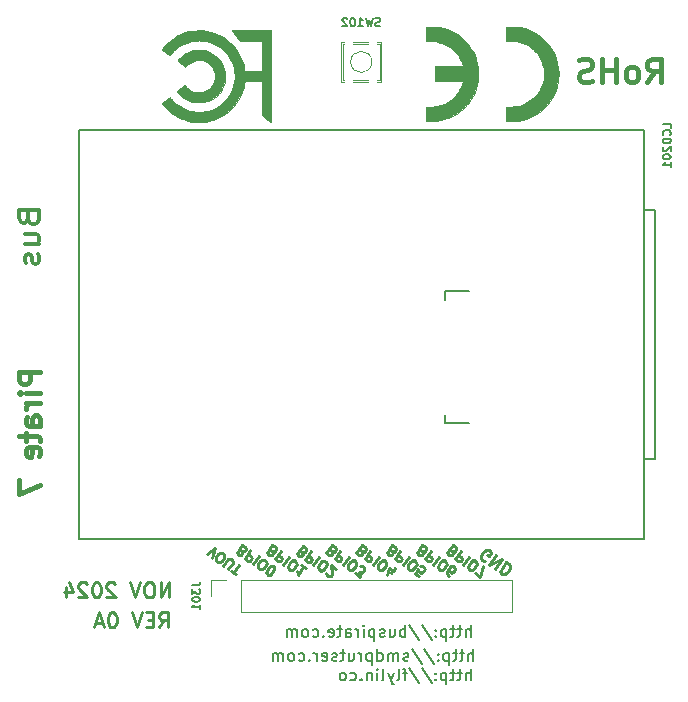
<source format=gbo>
G04 #@! TF.GenerationSoftware,KiCad,Pcbnew,8.0.6*
G04 #@! TF.CreationDate,2024-11-01T16:37:01+01:00*
G04 #@! TF.ProjectId,7-REV0,372d5245-5630-42e6-9b69-6361645f7063,rev?*
G04 #@! TF.SameCoordinates,Original*
G04 #@! TF.FileFunction,Legend,Bot*
G04 #@! TF.FilePolarity,Positive*
%FSLAX46Y46*%
G04 Gerber Fmt 4.6, Leading zero omitted, Abs format (unit mm)*
G04 Created by KiCad (PCBNEW 8.0.6) date 2024-11-01 16:37:01*
%MOMM*%
%LPD*%
G01*
G04 APERTURE LIST*
%ADD10C,0.212500*%
%ADD11C,0.250000*%
%ADD12C,0.400000*%
%ADD13C,0.375000*%
%ADD14C,0.150000*%
%ADD15C,0.120000*%
%ADD16C,0.085000*%
%ADD17C,0.010000*%
%ADD18C,0.203200*%
%ADD19C,3.200000*%
%ADD20R,1.700000X1.700000*%
%ADD21O,1.700000X1.700000*%
%ADD22C,0.700000*%
%ADD23O,1.050000X2.100000*%
%ADD24C,0.600000*%
%ADD25R,0.700000X1.250000*%
%ADD26R,2.550000X0.600000*%
G04 APERTURE END LIST*
D10*
X137603364Y-108439089D02*
X137726048Y-108475582D01*
X137726048Y-108475582D02*
X137782421Y-108465642D01*
X137782421Y-108465642D02*
X137862009Y-108422546D01*
X137862009Y-108422546D02*
X137931658Y-108323077D01*
X137931658Y-108323077D02*
X137944934Y-108233549D01*
X137944934Y-108233549D02*
X137934994Y-108177176D01*
X137934994Y-108177176D02*
X137891898Y-108097588D01*
X137891898Y-108097588D02*
X137626649Y-107911858D01*
X137626649Y-107911858D02*
X137139109Y-108608138D01*
X137139109Y-108608138D02*
X137371202Y-108770651D01*
X137371202Y-108770651D02*
X137460730Y-108783927D01*
X137460730Y-108783927D02*
X137517103Y-108773987D01*
X137517103Y-108773987D02*
X137596691Y-108730891D01*
X137596691Y-108730891D02*
X137643124Y-108664579D01*
X137643124Y-108664579D02*
X137656400Y-108575050D01*
X137656400Y-108575050D02*
X137646460Y-108518678D01*
X137646460Y-108518678D02*
X137603364Y-108439089D01*
X137603364Y-108439089D02*
X137371271Y-108276576D01*
X138322928Y-108399398D02*
X137835388Y-109095678D01*
X137835388Y-109095678D02*
X138100637Y-109281407D01*
X138100637Y-109281407D02*
X138190166Y-109294683D01*
X138190166Y-109294683D02*
X138246538Y-109284743D01*
X138246538Y-109284743D02*
X138326127Y-109241647D01*
X138326127Y-109241647D02*
X138395775Y-109142179D01*
X138395775Y-109142179D02*
X138409051Y-109052650D01*
X138409051Y-109052650D02*
X138399112Y-108996278D01*
X138399112Y-108996278D02*
X138356015Y-108916689D01*
X138356015Y-108916689D02*
X138090766Y-108730960D01*
X139019207Y-108886938D02*
X138531667Y-109583217D01*
X138995854Y-109908244D02*
X139128478Y-110001109D01*
X139128478Y-110001109D02*
X139218007Y-110014385D01*
X139218007Y-110014385D02*
X139330751Y-109994505D01*
X139330751Y-109994505D02*
X139456772Y-109885097D01*
X139456772Y-109885097D02*
X139619286Y-109653004D01*
X139619286Y-109653004D02*
X139678994Y-109497163D01*
X139678994Y-109497163D02*
X139659114Y-109384418D01*
X139659114Y-109384418D02*
X139616018Y-109304830D01*
X139616018Y-109304830D02*
X139483394Y-109211965D01*
X139483394Y-109211965D02*
X139393865Y-109198689D01*
X139393865Y-109198689D02*
X139281120Y-109218569D01*
X139281120Y-109218569D02*
X139155099Y-109327977D01*
X139155099Y-109327977D02*
X138992586Y-109560070D01*
X138992586Y-109560070D02*
X138932878Y-109715911D01*
X138932878Y-109715911D02*
X138952757Y-109828656D01*
X138952757Y-109828656D02*
X138995854Y-109908244D01*
X139526352Y-110279703D02*
X139990538Y-110604730D01*
X139990538Y-110604730D02*
X140179673Y-109699505D01*
X127413364Y-108439089D02*
X127536048Y-108475582D01*
X127536048Y-108475582D02*
X127592421Y-108465642D01*
X127592421Y-108465642D02*
X127672009Y-108422546D01*
X127672009Y-108422546D02*
X127741658Y-108323077D01*
X127741658Y-108323077D02*
X127754934Y-108233549D01*
X127754934Y-108233549D02*
X127744994Y-108177176D01*
X127744994Y-108177176D02*
X127701898Y-108097588D01*
X127701898Y-108097588D02*
X127436649Y-107911858D01*
X127436649Y-107911858D02*
X126949109Y-108608138D01*
X126949109Y-108608138D02*
X127181202Y-108770651D01*
X127181202Y-108770651D02*
X127270730Y-108783927D01*
X127270730Y-108783927D02*
X127327103Y-108773987D01*
X127327103Y-108773987D02*
X127406691Y-108730891D01*
X127406691Y-108730891D02*
X127453124Y-108664579D01*
X127453124Y-108664579D02*
X127466400Y-108575050D01*
X127466400Y-108575050D02*
X127456460Y-108518678D01*
X127456460Y-108518678D02*
X127413364Y-108439089D01*
X127413364Y-108439089D02*
X127181271Y-108276576D01*
X128132928Y-108399398D02*
X127645388Y-109095678D01*
X127645388Y-109095678D02*
X127910637Y-109281407D01*
X127910637Y-109281407D02*
X128000166Y-109294683D01*
X128000166Y-109294683D02*
X128056538Y-109284743D01*
X128056538Y-109284743D02*
X128136127Y-109241647D01*
X128136127Y-109241647D02*
X128205775Y-109142179D01*
X128205775Y-109142179D02*
X128219051Y-109052650D01*
X128219051Y-109052650D02*
X128209112Y-108996278D01*
X128209112Y-108996278D02*
X128166015Y-108916689D01*
X128166015Y-108916689D02*
X127900766Y-108730960D01*
X128829207Y-108886938D02*
X128341667Y-109583217D01*
X128805854Y-109908244D02*
X128938478Y-110001109D01*
X128938478Y-110001109D02*
X129028007Y-110014385D01*
X129028007Y-110014385D02*
X129140751Y-109994505D01*
X129140751Y-109994505D02*
X129266772Y-109885097D01*
X129266772Y-109885097D02*
X129429286Y-109653004D01*
X129429286Y-109653004D02*
X129488994Y-109497163D01*
X129488994Y-109497163D02*
X129469114Y-109384418D01*
X129469114Y-109384418D02*
X129426018Y-109304830D01*
X129426018Y-109304830D02*
X129293394Y-109211965D01*
X129293394Y-109211965D02*
X129203865Y-109198689D01*
X129203865Y-109198689D02*
X129091120Y-109218569D01*
X129091120Y-109218569D02*
X128965099Y-109327977D01*
X128965099Y-109327977D02*
X128802586Y-109560070D01*
X128802586Y-109560070D02*
X128742878Y-109715911D01*
X128742878Y-109715911D02*
X128762757Y-109828656D01*
X128762757Y-109828656D02*
X128805854Y-109908244D01*
X129336352Y-110279703D02*
X129767382Y-110581514D01*
X129767382Y-110581514D02*
X129721018Y-110153751D01*
X129721018Y-110153751D02*
X129820487Y-110223400D01*
X129820487Y-110223400D02*
X129910015Y-110236676D01*
X129910015Y-110236676D02*
X129966388Y-110226736D01*
X129966388Y-110226736D02*
X130045976Y-110183640D01*
X130045976Y-110183640D02*
X130162057Y-110017859D01*
X130162057Y-110017859D02*
X130175333Y-109928330D01*
X130175333Y-109928330D02*
X130165393Y-109871958D01*
X130165393Y-109871958D02*
X130122297Y-109792370D01*
X130122297Y-109792370D02*
X129923360Y-109653072D01*
X129923360Y-109653072D02*
X129833832Y-109639796D01*
X129833832Y-109639796D02*
X129777459Y-109649736D01*
X116804890Y-108674219D02*
X117524523Y-108140453D01*
X117524523Y-108140453D02*
X117269076Y-108999245D01*
X117633794Y-109254623D02*
X117766418Y-109347488D01*
X117766418Y-109347488D02*
X117855947Y-109360764D01*
X117855947Y-109360764D02*
X117968691Y-109340884D01*
X117968691Y-109340884D02*
X118094712Y-109231476D01*
X118094712Y-109231476D02*
X118257226Y-108999383D01*
X118257226Y-108999383D02*
X118316934Y-108843542D01*
X118316934Y-108843542D02*
X118297054Y-108730797D01*
X118297054Y-108730797D02*
X118253958Y-108651209D01*
X118253958Y-108651209D02*
X118121333Y-108558344D01*
X118121333Y-108558344D02*
X118031805Y-108545068D01*
X118031805Y-108545068D02*
X117919060Y-108564948D01*
X117919060Y-108564948D02*
X117793039Y-108674356D01*
X117793039Y-108674356D02*
X117630526Y-108906449D01*
X117630526Y-108906449D02*
X117570817Y-109062290D01*
X117570817Y-109062290D02*
X117590697Y-109175035D01*
X117590697Y-109175035D02*
X117633794Y-109254623D01*
X118230604Y-109672515D02*
X118625279Y-109108860D01*
X118625279Y-109108860D02*
X118704868Y-109065764D01*
X118704868Y-109065764D02*
X118761240Y-109055824D01*
X118761240Y-109055824D02*
X118850769Y-109069100D01*
X118850769Y-109069100D02*
X118983393Y-109161965D01*
X118983393Y-109161965D02*
X119026489Y-109241553D01*
X119026489Y-109241553D02*
X119036429Y-109297926D01*
X119036429Y-109297926D02*
X119023153Y-109387454D01*
X119023153Y-109387454D02*
X118628478Y-109951109D01*
X118860571Y-110113622D02*
X119258445Y-110392216D01*
X119547048Y-109556640D02*
X119059508Y-110252919D01*
X124903364Y-108489089D02*
X125026048Y-108525582D01*
X125026048Y-108525582D02*
X125082421Y-108515642D01*
X125082421Y-108515642D02*
X125162009Y-108472546D01*
X125162009Y-108472546D02*
X125231658Y-108373077D01*
X125231658Y-108373077D02*
X125244934Y-108283549D01*
X125244934Y-108283549D02*
X125234994Y-108227176D01*
X125234994Y-108227176D02*
X125191898Y-108147588D01*
X125191898Y-108147588D02*
X124926649Y-107961858D01*
X124926649Y-107961858D02*
X124439109Y-108658138D01*
X124439109Y-108658138D02*
X124671202Y-108820651D01*
X124671202Y-108820651D02*
X124760730Y-108833927D01*
X124760730Y-108833927D02*
X124817103Y-108823987D01*
X124817103Y-108823987D02*
X124896691Y-108780891D01*
X124896691Y-108780891D02*
X124943124Y-108714579D01*
X124943124Y-108714579D02*
X124956400Y-108625050D01*
X124956400Y-108625050D02*
X124946460Y-108568678D01*
X124946460Y-108568678D02*
X124903364Y-108489089D01*
X124903364Y-108489089D02*
X124671271Y-108326576D01*
X125622928Y-108449398D02*
X125135388Y-109145678D01*
X125135388Y-109145678D02*
X125400637Y-109331407D01*
X125400637Y-109331407D02*
X125490166Y-109344683D01*
X125490166Y-109344683D02*
X125546538Y-109334743D01*
X125546538Y-109334743D02*
X125626127Y-109291647D01*
X125626127Y-109291647D02*
X125695775Y-109192179D01*
X125695775Y-109192179D02*
X125709051Y-109102650D01*
X125709051Y-109102650D02*
X125699112Y-109046278D01*
X125699112Y-109046278D02*
X125656015Y-108966689D01*
X125656015Y-108966689D02*
X125390766Y-108780960D01*
X126319207Y-108936938D02*
X125831667Y-109633217D01*
X126295854Y-109958244D02*
X126428478Y-110051109D01*
X126428478Y-110051109D02*
X126518007Y-110064385D01*
X126518007Y-110064385D02*
X126630751Y-110044505D01*
X126630751Y-110044505D02*
X126756772Y-109935097D01*
X126756772Y-109935097D02*
X126919286Y-109703004D01*
X126919286Y-109703004D02*
X126978994Y-109547163D01*
X126978994Y-109547163D02*
X126959114Y-109434418D01*
X126959114Y-109434418D02*
X126916018Y-109354830D01*
X126916018Y-109354830D02*
X126783394Y-109261965D01*
X126783394Y-109261965D02*
X126693865Y-109248689D01*
X126693865Y-109248689D02*
X126581120Y-109268569D01*
X126581120Y-109268569D02*
X126455099Y-109377977D01*
X126455099Y-109377977D02*
X126292586Y-109610070D01*
X126292586Y-109610070D02*
X126232878Y-109765911D01*
X126232878Y-109765911D02*
X126252757Y-109878656D01*
X126252757Y-109878656D02*
X126295854Y-109958244D01*
X126905940Y-110286607D02*
X126915880Y-110342979D01*
X126915880Y-110342979D02*
X126958976Y-110422568D01*
X126958976Y-110422568D02*
X127124757Y-110538649D01*
X127124757Y-110538649D02*
X127214286Y-110551925D01*
X127214286Y-110551925D02*
X127270658Y-110541985D01*
X127270658Y-110541985D02*
X127350247Y-110498889D01*
X127350247Y-110498889D02*
X127396679Y-110432577D01*
X127396679Y-110432577D02*
X127433171Y-110309892D01*
X127433171Y-110309892D02*
X127313892Y-109633424D01*
X127313892Y-109633424D02*
X127744922Y-109935234D01*
X135053364Y-108439089D02*
X135176048Y-108475582D01*
X135176048Y-108475582D02*
X135232421Y-108465642D01*
X135232421Y-108465642D02*
X135312009Y-108422546D01*
X135312009Y-108422546D02*
X135381658Y-108323077D01*
X135381658Y-108323077D02*
X135394934Y-108233549D01*
X135394934Y-108233549D02*
X135384994Y-108177176D01*
X135384994Y-108177176D02*
X135341898Y-108097588D01*
X135341898Y-108097588D02*
X135076649Y-107911858D01*
X135076649Y-107911858D02*
X134589109Y-108608138D01*
X134589109Y-108608138D02*
X134821202Y-108770651D01*
X134821202Y-108770651D02*
X134910730Y-108783927D01*
X134910730Y-108783927D02*
X134967103Y-108773987D01*
X134967103Y-108773987D02*
X135046691Y-108730891D01*
X135046691Y-108730891D02*
X135093124Y-108664579D01*
X135093124Y-108664579D02*
X135106400Y-108575050D01*
X135106400Y-108575050D02*
X135096460Y-108518678D01*
X135096460Y-108518678D02*
X135053364Y-108439089D01*
X135053364Y-108439089D02*
X134821271Y-108276576D01*
X135772928Y-108399398D02*
X135285388Y-109095678D01*
X135285388Y-109095678D02*
X135550637Y-109281407D01*
X135550637Y-109281407D02*
X135640166Y-109294683D01*
X135640166Y-109294683D02*
X135696538Y-109284743D01*
X135696538Y-109284743D02*
X135776127Y-109241647D01*
X135776127Y-109241647D02*
X135845775Y-109142179D01*
X135845775Y-109142179D02*
X135859051Y-109052650D01*
X135859051Y-109052650D02*
X135849112Y-108996278D01*
X135849112Y-108996278D02*
X135806015Y-108916689D01*
X135806015Y-108916689D02*
X135540766Y-108730960D01*
X136469207Y-108886938D02*
X135981667Y-109583217D01*
X136445854Y-109908244D02*
X136578478Y-110001109D01*
X136578478Y-110001109D02*
X136668007Y-110014385D01*
X136668007Y-110014385D02*
X136780751Y-109994505D01*
X136780751Y-109994505D02*
X136906772Y-109885097D01*
X136906772Y-109885097D02*
X137069286Y-109653004D01*
X137069286Y-109653004D02*
X137128994Y-109497163D01*
X137128994Y-109497163D02*
X137109114Y-109384418D01*
X137109114Y-109384418D02*
X137066018Y-109304830D01*
X137066018Y-109304830D02*
X136933394Y-109211965D01*
X136933394Y-109211965D02*
X136843865Y-109198689D01*
X136843865Y-109198689D02*
X136731120Y-109218569D01*
X136731120Y-109218569D02*
X136605099Y-109327977D01*
X136605099Y-109327977D02*
X136442586Y-109560070D01*
X136442586Y-109560070D02*
X136382878Y-109715911D01*
X136382878Y-109715911D02*
X136402757Y-109828656D01*
X136402757Y-109828656D02*
X136445854Y-109908244D01*
X137341070Y-110535081D02*
X137208445Y-110442216D01*
X137208445Y-110442216D02*
X137165349Y-110362628D01*
X137165349Y-110362628D02*
X137155409Y-110306256D01*
X137155409Y-110306256D02*
X137158745Y-110160355D01*
X137158745Y-110160355D02*
X137218454Y-110004514D01*
X137218454Y-110004514D02*
X137404183Y-109739265D01*
X137404183Y-109739265D02*
X137483772Y-109696169D01*
X137483772Y-109696169D02*
X137540144Y-109686229D01*
X137540144Y-109686229D02*
X137629673Y-109699505D01*
X137629673Y-109699505D02*
X137762297Y-109792370D01*
X137762297Y-109792370D02*
X137805393Y-109871958D01*
X137805393Y-109871958D02*
X137815333Y-109928330D01*
X137815333Y-109928330D02*
X137802057Y-110017859D01*
X137802057Y-110017859D02*
X137685976Y-110183640D01*
X137685976Y-110183640D02*
X137606388Y-110226736D01*
X137606388Y-110226736D02*
X137550015Y-110236676D01*
X137550015Y-110236676D02*
X137460487Y-110223400D01*
X137460487Y-110223400D02*
X137327862Y-110130535D01*
X137327862Y-110130535D02*
X137284766Y-110050946D01*
X137284766Y-110050946D02*
X137274826Y-109994574D01*
X137274826Y-109994574D02*
X137288102Y-109905045D01*
X122353364Y-108439089D02*
X122476048Y-108475582D01*
X122476048Y-108475582D02*
X122532421Y-108465642D01*
X122532421Y-108465642D02*
X122612009Y-108422546D01*
X122612009Y-108422546D02*
X122681658Y-108323077D01*
X122681658Y-108323077D02*
X122694934Y-108233549D01*
X122694934Y-108233549D02*
X122684994Y-108177176D01*
X122684994Y-108177176D02*
X122641898Y-108097588D01*
X122641898Y-108097588D02*
X122376649Y-107911858D01*
X122376649Y-107911858D02*
X121889109Y-108608138D01*
X121889109Y-108608138D02*
X122121202Y-108770651D01*
X122121202Y-108770651D02*
X122210730Y-108783927D01*
X122210730Y-108783927D02*
X122267103Y-108773987D01*
X122267103Y-108773987D02*
X122346691Y-108730891D01*
X122346691Y-108730891D02*
X122393124Y-108664579D01*
X122393124Y-108664579D02*
X122406400Y-108575050D01*
X122406400Y-108575050D02*
X122396460Y-108518678D01*
X122396460Y-108518678D02*
X122353364Y-108439089D01*
X122353364Y-108439089D02*
X122121271Y-108276576D01*
X123072928Y-108399398D02*
X122585388Y-109095678D01*
X122585388Y-109095678D02*
X122850637Y-109281407D01*
X122850637Y-109281407D02*
X122940166Y-109294683D01*
X122940166Y-109294683D02*
X122996538Y-109284743D01*
X122996538Y-109284743D02*
X123076127Y-109241647D01*
X123076127Y-109241647D02*
X123145775Y-109142179D01*
X123145775Y-109142179D02*
X123159051Y-109052650D01*
X123159051Y-109052650D02*
X123149112Y-108996278D01*
X123149112Y-108996278D02*
X123106015Y-108916689D01*
X123106015Y-108916689D02*
X122840766Y-108730960D01*
X123769207Y-108886938D02*
X123281667Y-109583217D01*
X123745854Y-109908244D02*
X123878478Y-110001109D01*
X123878478Y-110001109D02*
X123968007Y-110014385D01*
X123968007Y-110014385D02*
X124080751Y-109994505D01*
X124080751Y-109994505D02*
X124206772Y-109885097D01*
X124206772Y-109885097D02*
X124369286Y-109653004D01*
X124369286Y-109653004D02*
X124428994Y-109497163D01*
X124428994Y-109497163D02*
X124409114Y-109384418D01*
X124409114Y-109384418D02*
X124366018Y-109304830D01*
X124366018Y-109304830D02*
X124233394Y-109211965D01*
X124233394Y-109211965D02*
X124143865Y-109198689D01*
X124143865Y-109198689D02*
X124031120Y-109218569D01*
X124031120Y-109218569D02*
X123905099Y-109327977D01*
X123905099Y-109327977D02*
X123742586Y-109560070D01*
X123742586Y-109560070D02*
X123682878Y-109715911D01*
X123682878Y-109715911D02*
X123702757Y-109828656D01*
X123702757Y-109828656D02*
X123745854Y-109908244D01*
X125194922Y-109885234D02*
X124797048Y-109606640D01*
X124995985Y-109745937D02*
X124508445Y-110442216D01*
X124508445Y-110442216D02*
X124511781Y-110296316D01*
X124511781Y-110296316D02*
X124491901Y-110183571D01*
X124491901Y-110183571D02*
X124448805Y-110103982D01*
X119803364Y-108389089D02*
X119926048Y-108425582D01*
X119926048Y-108425582D02*
X119982421Y-108415642D01*
X119982421Y-108415642D02*
X120062009Y-108372546D01*
X120062009Y-108372546D02*
X120131658Y-108273077D01*
X120131658Y-108273077D02*
X120144934Y-108183549D01*
X120144934Y-108183549D02*
X120134994Y-108127176D01*
X120134994Y-108127176D02*
X120091898Y-108047588D01*
X120091898Y-108047588D02*
X119826649Y-107861858D01*
X119826649Y-107861858D02*
X119339109Y-108558138D01*
X119339109Y-108558138D02*
X119571202Y-108720651D01*
X119571202Y-108720651D02*
X119660730Y-108733927D01*
X119660730Y-108733927D02*
X119717103Y-108723987D01*
X119717103Y-108723987D02*
X119796691Y-108680891D01*
X119796691Y-108680891D02*
X119843124Y-108614579D01*
X119843124Y-108614579D02*
X119856400Y-108525050D01*
X119856400Y-108525050D02*
X119846460Y-108468678D01*
X119846460Y-108468678D02*
X119803364Y-108389089D01*
X119803364Y-108389089D02*
X119571271Y-108226576D01*
X120522928Y-108349398D02*
X120035388Y-109045678D01*
X120035388Y-109045678D02*
X120300637Y-109231407D01*
X120300637Y-109231407D02*
X120390166Y-109244683D01*
X120390166Y-109244683D02*
X120446538Y-109234743D01*
X120446538Y-109234743D02*
X120526127Y-109191647D01*
X120526127Y-109191647D02*
X120595775Y-109092179D01*
X120595775Y-109092179D02*
X120609051Y-109002650D01*
X120609051Y-109002650D02*
X120599112Y-108946278D01*
X120599112Y-108946278D02*
X120556015Y-108866689D01*
X120556015Y-108866689D02*
X120290766Y-108680960D01*
X121219207Y-108836938D02*
X120731667Y-109533217D01*
X121195854Y-109858244D02*
X121328478Y-109951109D01*
X121328478Y-109951109D02*
X121418007Y-109964385D01*
X121418007Y-109964385D02*
X121530751Y-109944505D01*
X121530751Y-109944505D02*
X121656772Y-109835097D01*
X121656772Y-109835097D02*
X121819286Y-109603004D01*
X121819286Y-109603004D02*
X121878994Y-109447163D01*
X121878994Y-109447163D02*
X121859114Y-109334418D01*
X121859114Y-109334418D02*
X121816018Y-109254830D01*
X121816018Y-109254830D02*
X121683394Y-109161965D01*
X121683394Y-109161965D02*
X121593865Y-109148689D01*
X121593865Y-109148689D02*
X121481120Y-109168569D01*
X121481120Y-109168569D02*
X121355099Y-109277977D01*
X121355099Y-109277977D02*
X121192586Y-109510070D01*
X121192586Y-109510070D02*
X121132878Y-109665911D01*
X121132878Y-109665911D02*
X121152757Y-109778656D01*
X121152757Y-109778656D02*
X121195854Y-109858244D01*
X121925289Y-110369000D02*
X121991601Y-110415433D01*
X121991601Y-110415433D02*
X122081130Y-110428709D01*
X122081130Y-110428709D02*
X122137502Y-110418769D01*
X122137502Y-110418769D02*
X122217090Y-110375673D01*
X122217090Y-110375673D02*
X122343111Y-110266264D01*
X122343111Y-110266264D02*
X122459192Y-110100484D01*
X122459192Y-110100484D02*
X122518901Y-109944643D01*
X122518901Y-109944643D02*
X122532177Y-109855114D01*
X122532177Y-109855114D02*
X122522237Y-109798742D01*
X122522237Y-109798742D02*
X122479141Y-109719153D01*
X122479141Y-109719153D02*
X122412829Y-109672721D01*
X122412829Y-109672721D02*
X122323300Y-109659445D01*
X122323300Y-109659445D02*
X122266928Y-109669385D01*
X122266928Y-109669385D02*
X122187339Y-109712481D01*
X122187339Y-109712481D02*
X122061318Y-109821889D01*
X122061318Y-109821889D02*
X121945238Y-109987670D01*
X121945238Y-109987670D02*
X121885529Y-110143511D01*
X121885529Y-110143511D02*
X121872253Y-110233039D01*
X121872253Y-110233039D02*
X121882193Y-110289412D01*
X121882193Y-110289412D02*
X121925289Y-110369000D01*
X132503364Y-108439089D02*
X132626048Y-108475582D01*
X132626048Y-108475582D02*
X132682421Y-108465642D01*
X132682421Y-108465642D02*
X132762009Y-108422546D01*
X132762009Y-108422546D02*
X132831658Y-108323077D01*
X132831658Y-108323077D02*
X132844934Y-108233549D01*
X132844934Y-108233549D02*
X132834994Y-108177176D01*
X132834994Y-108177176D02*
X132791898Y-108097588D01*
X132791898Y-108097588D02*
X132526649Y-107911858D01*
X132526649Y-107911858D02*
X132039109Y-108608138D01*
X132039109Y-108608138D02*
X132271202Y-108770651D01*
X132271202Y-108770651D02*
X132360730Y-108783927D01*
X132360730Y-108783927D02*
X132417103Y-108773987D01*
X132417103Y-108773987D02*
X132496691Y-108730891D01*
X132496691Y-108730891D02*
X132543124Y-108664579D01*
X132543124Y-108664579D02*
X132556400Y-108575050D01*
X132556400Y-108575050D02*
X132546460Y-108518678D01*
X132546460Y-108518678D02*
X132503364Y-108439089D01*
X132503364Y-108439089D02*
X132271271Y-108276576D01*
X133222928Y-108399398D02*
X132735388Y-109095678D01*
X132735388Y-109095678D02*
X133000637Y-109281407D01*
X133000637Y-109281407D02*
X133090166Y-109294683D01*
X133090166Y-109294683D02*
X133146538Y-109284743D01*
X133146538Y-109284743D02*
X133226127Y-109241647D01*
X133226127Y-109241647D02*
X133295775Y-109142179D01*
X133295775Y-109142179D02*
X133309051Y-109052650D01*
X133309051Y-109052650D02*
X133299112Y-108996278D01*
X133299112Y-108996278D02*
X133256015Y-108916689D01*
X133256015Y-108916689D02*
X132990766Y-108730960D01*
X133919207Y-108886938D02*
X133431667Y-109583217D01*
X133895854Y-109908244D02*
X134028478Y-110001109D01*
X134028478Y-110001109D02*
X134118007Y-110014385D01*
X134118007Y-110014385D02*
X134230751Y-109994505D01*
X134230751Y-109994505D02*
X134356772Y-109885097D01*
X134356772Y-109885097D02*
X134519286Y-109653004D01*
X134519286Y-109653004D02*
X134578994Y-109497163D01*
X134578994Y-109497163D02*
X134559114Y-109384418D01*
X134559114Y-109384418D02*
X134516018Y-109304830D01*
X134516018Y-109304830D02*
X134383394Y-109211965D01*
X134383394Y-109211965D02*
X134293865Y-109198689D01*
X134293865Y-109198689D02*
X134181120Y-109218569D01*
X134181120Y-109218569D02*
X134055099Y-109327977D01*
X134055099Y-109327977D02*
X133892586Y-109560070D01*
X133892586Y-109560070D02*
X133832878Y-109715911D01*
X133832878Y-109715911D02*
X133852757Y-109828656D01*
X133852757Y-109828656D02*
X133895854Y-109908244D01*
X134824226Y-110558297D02*
X134492664Y-110326135D01*
X134492664Y-110326135D02*
X134691670Y-109971358D01*
X134691670Y-109971358D02*
X134701610Y-110027730D01*
X134701610Y-110027730D02*
X134744706Y-110107319D01*
X134744706Y-110107319D02*
X134910487Y-110223400D01*
X134910487Y-110223400D02*
X135000015Y-110236676D01*
X135000015Y-110236676D02*
X135056388Y-110226736D01*
X135056388Y-110226736D02*
X135135976Y-110183640D01*
X135135976Y-110183640D02*
X135252057Y-110017859D01*
X135252057Y-110017859D02*
X135265333Y-109928330D01*
X135265333Y-109928330D02*
X135255393Y-109871958D01*
X135255393Y-109871958D02*
X135212297Y-109792370D01*
X135212297Y-109792370D02*
X135046516Y-109676289D01*
X135046516Y-109676289D02*
X134956988Y-109663012D01*
X134956988Y-109663012D02*
X134900616Y-109672952D01*
D11*
X140387512Y-109274828D02*
X140282184Y-109259209D01*
X140282184Y-109259209D02*
X140165162Y-109177269D01*
X140165162Y-109177269D02*
X140075454Y-109056322D01*
X140075454Y-109056322D02*
X140052066Y-108923682D01*
X140052066Y-108923682D02*
X140067685Y-108818354D01*
X140067685Y-108818354D02*
X140137930Y-108635012D01*
X140137930Y-108635012D02*
X140219870Y-108517990D01*
X140219870Y-108517990D02*
X140368130Y-108389274D01*
X140368130Y-108389274D02*
X140461763Y-108338573D01*
X140461763Y-108338573D02*
X140594404Y-108315185D01*
X140594404Y-108315185D02*
X140738739Y-108358117D01*
X140738739Y-108358117D02*
X140816753Y-108412743D01*
X140816753Y-108412743D02*
X140906462Y-108533690D01*
X140906462Y-108533690D02*
X140918156Y-108600010D01*
X140918156Y-108600010D02*
X140726964Y-108873061D01*
X140726964Y-108873061D02*
X140570935Y-108763808D01*
X141323847Y-108767814D02*
X140750271Y-109586967D01*
X140750271Y-109586967D02*
X141791934Y-109095572D01*
X141791934Y-109095572D02*
X141218358Y-109914724D01*
X142182007Y-109368704D02*
X141608430Y-110187856D01*
X141608430Y-110187856D02*
X141803466Y-110324422D01*
X141803466Y-110324422D02*
X141947801Y-110367354D01*
X141947801Y-110367354D02*
X142080442Y-110343966D01*
X142080442Y-110343966D02*
X142174076Y-110293265D01*
X142174076Y-110293265D02*
X142322336Y-110164549D01*
X142322336Y-110164549D02*
X142404275Y-110047527D01*
X142404275Y-110047527D02*
X142474520Y-109864185D01*
X142474520Y-109864185D02*
X142490140Y-109758857D01*
X142490140Y-109758857D02*
X142466751Y-109626217D01*
X142466751Y-109626217D02*
X142377043Y-109505270D01*
X142377043Y-109505270D02*
X142182007Y-109368704D01*
X112811428Y-114865273D02*
X113228094Y-114270035D01*
X113525713Y-114865273D02*
X113525713Y-113615273D01*
X113525713Y-113615273D02*
X113049523Y-113615273D01*
X113049523Y-113615273D02*
X112930475Y-113674797D01*
X112930475Y-113674797D02*
X112870952Y-113734321D01*
X112870952Y-113734321D02*
X112811428Y-113853369D01*
X112811428Y-113853369D02*
X112811428Y-114031940D01*
X112811428Y-114031940D02*
X112870952Y-114150988D01*
X112870952Y-114150988D02*
X112930475Y-114210511D01*
X112930475Y-114210511D02*
X113049523Y-114270035D01*
X113049523Y-114270035D02*
X113525713Y-114270035D01*
X112275713Y-114210511D02*
X111859047Y-114210511D01*
X111680475Y-114865273D02*
X112275713Y-114865273D01*
X112275713Y-114865273D02*
X112275713Y-113615273D01*
X112275713Y-113615273D02*
X111680475Y-113615273D01*
X111323333Y-113615273D02*
X110906666Y-114865273D01*
X110906666Y-114865273D02*
X110490000Y-113615273D01*
X108882856Y-113615273D02*
X108763809Y-113615273D01*
X108763809Y-113615273D02*
X108644761Y-113674797D01*
X108644761Y-113674797D02*
X108585237Y-113734321D01*
X108585237Y-113734321D02*
X108525713Y-113853369D01*
X108525713Y-113853369D02*
X108466190Y-114091464D01*
X108466190Y-114091464D02*
X108466190Y-114389083D01*
X108466190Y-114389083D02*
X108525713Y-114627178D01*
X108525713Y-114627178D02*
X108585237Y-114746226D01*
X108585237Y-114746226D02*
X108644761Y-114805750D01*
X108644761Y-114805750D02*
X108763809Y-114865273D01*
X108763809Y-114865273D02*
X108882856Y-114865273D01*
X108882856Y-114865273D02*
X109001904Y-114805750D01*
X109001904Y-114805750D02*
X109061428Y-114746226D01*
X109061428Y-114746226D02*
X109120951Y-114627178D01*
X109120951Y-114627178D02*
X109180475Y-114389083D01*
X109180475Y-114389083D02*
X109180475Y-114091464D01*
X109180475Y-114091464D02*
X109120951Y-113853369D01*
X109120951Y-113853369D02*
X109061428Y-113734321D01*
X109061428Y-113734321D02*
X109001904Y-113674797D01*
X109001904Y-113674797D02*
X108882856Y-113615273D01*
X107989999Y-114508130D02*
X107394761Y-114508130D01*
X108109047Y-114865273D02*
X107692380Y-113615273D01*
X107692380Y-113615273D02*
X107275714Y-114865273D01*
D10*
X129953364Y-108439089D02*
X130076048Y-108475582D01*
X130076048Y-108475582D02*
X130132421Y-108465642D01*
X130132421Y-108465642D02*
X130212009Y-108422546D01*
X130212009Y-108422546D02*
X130281658Y-108323077D01*
X130281658Y-108323077D02*
X130294934Y-108233549D01*
X130294934Y-108233549D02*
X130284994Y-108177176D01*
X130284994Y-108177176D02*
X130241898Y-108097588D01*
X130241898Y-108097588D02*
X129976649Y-107911858D01*
X129976649Y-107911858D02*
X129489109Y-108608138D01*
X129489109Y-108608138D02*
X129721202Y-108770651D01*
X129721202Y-108770651D02*
X129810730Y-108783927D01*
X129810730Y-108783927D02*
X129867103Y-108773987D01*
X129867103Y-108773987D02*
X129946691Y-108730891D01*
X129946691Y-108730891D02*
X129993124Y-108664579D01*
X129993124Y-108664579D02*
X130006400Y-108575050D01*
X130006400Y-108575050D02*
X129996460Y-108518678D01*
X129996460Y-108518678D02*
X129953364Y-108439089D01*
X129953364Y-108439089D02*
X129721271Y-108276576D01*
X130672928Y-108399398D02*
X130185388Y-109095678D01*
X130185388Y-109095678D02*
X130450637Y-109281407D01*
X130450637Y-109281407D02*
X130540166Y-109294683D01*
X130540166Y-109294683D02*
X130596538Y-109284743D01*
X130596538Y-109284743D02*
X130676127Y-109241647D01*
X130676127Y-109241647D02*
X130745775Y-109142179D01*
X130745775Y-109142179D02*
X130759051Y-109052650D01*
X130759051Y-109052650D02*
X130749112Y-108996278D01*
X130749112Y-108996278D02*
X130706015Y-108916689D01*
X130706015Y-108916689D02*
X130440766Y-108730960D01*
X131369207Y-108886938D02*
X130881667Y-109583217D01*
X131345854Y-109908244D02*
X131478478Y-110001109D01*
X131478478Y-110001109D02*
X131568007Y-110014385D01*
X131568007Y-110014385D02*
X131680751Y-109994505D01*
X131680751Y-109994505D02*
X131806772Y-109885097D01*
X131806772Y-109885097D02*
X131969286Y-109653004D01*
X131969286Y-109653004D02*
X132028994Y-109497163D01*
X132028994Y-109497163D02*
X132009114Y-109384418D01*
X132009114Y-109384418D02*
X131966018Y-109304830D01*
X131966018Y-109304830D02*
X131833394Y-109211965D01*
X131833394Y-109211965D02*
X131743865Y-109198689D01*
X131743865Y-109198689D02*
X131631120Y-109218569D01*
X131631120Y-109218569D02*
X131505099Y-109327977D01*
X131505099Y-109327977D02*
X131342586Y-109560070D01*
X131342586Y-109560070D02*
X131282878Y-109715911D01*
X131282878Y-109715911D02*
X131302757Y-109828656D01*
X131302757Y-109828656D02*
X131345854Y-109908244D01*
X132403583Y-110302988D02*
X132728610Y-109838802D01*
X132052073Y-110452156D02*
X132234535Y-109838733D01*
X132234535Y-109838733D02*
X132665565Y-110140544D01*
D11*
X113624761Y-112325273D02*
X113624761Y-111075273D01*
X113624761Y-111075273D02*
X112910476Y-112325273D01*
X112910476Y-112325273D02*
X112910476Y-111075273D01*
X112077142Y-111075273D02*
X111839047Y-111075273D01*
X111839047Y-111075273D02*
X111719999Y-111134797D01*
X111719999Y-111134797D02*
X111600952Y-111253845D01*
X111600952Y-111253845D02*
X111541428Y-111491940D01*
X111541428Y-111491940D02*
X111541428Y-111908607D01*
X111541428Y-111908607D02*
X111600952Y-112146702D01*
X111600952Y-112146702D02*
X111719999Y-112265750D01*
X111719999Y-112265750D02*
X111839047Y-112325273D01*
X111839047Y-112325273D02*
X112077142Y-112325273D01*
X112077142Y-112325273D02*
X112196190Y-112265750D01*
X112196190Y-112265750D02*
X112315237Y-112146702D01*
X112315237Y-112146702D02*
X112374761Y-111908607D01*
X112374761Y-111908607D02*
X112374761Y-111491940D01*
X112374761Y-111491940D02*
X112315237Y-111253845D01*
X112315237Y-111253845D02*
X112196190Y-111134797D01*
X112196190Y-111134797D02*
X112077142Y-111075273D01*
X111184285Y-111075273D02*
X110767618Y-112325273D01*
X110767618Y-112325273D02*
X110350952Y-111075273D01*
X109041427Y-111194321D02*
X108981903Y-111134797D01*
X108981903Y-111134797D02*
X108862856Y-111075273D01*
X108862856Y-111075273D02*
X108565237Y-111075273D01*
X108565237Y-111075273D02*
X108446189Y-111134797D01*
X108446189Y-111134797D02*
X108386665Y-111194321D01*
X108386665Y-111194321D02*
X108327142Y-111313369D01*
X108327142Y-111313369D02*
X108327142Y-111432416D01*
X108327142Y-111432416D02*
X108386665Y-111610988D01*
X108386665Y-111610988D02*
X109100951Y-112325273D01*
X109100951Y-112325273D02*
X108327142Y-112325273D01*
X107553332Y-111075273D02*
X107434285Y-111075273D01*
X107434285Y-111075273D02*
X107315237Y-111134797D01*
X107315237Y-111134797D02*
X107255713Y-111194321D01*
X107255713Y-111194321D02*
X107196189Y-111313369D01*
X107196189Y-111313369D02*
X107136666Y-111551464D01*
X107136666Y-111551464D02*
X107136666Y-111849083D01*
X107136666Y-111849083D02*
X107196189Y-112087178D01*
X107196189Y-112087178D02*
X107255713Y-112206226D01*
X107255713Y-112206226D02*
X107315237Y-112265750D01*
X107315237Y-112265750D02*
X107434285Y-112325273D01*
X107434285Y-112325273D02*
X107553332Y-112325273D01*
X107553332Y-112325273D02*
X107672380Y-112265750D01*
X107672380Y-112265750D02*
X107731904Y-112206226D01*
X107731904Y-112206226D02*
X107791427Y-112087178D01*
X107791427Y-112087178D02*
X107850951Y-111849083D01*
X107850951Y-111849083D02*
X107850951Y-111551464D01*
X107850951Y-111551464D02*
X107791427Y-111313369D01*
X107791427Y-111313369D02*
X107731904Y-111194321D01*
X107731904Y-111194321D02*
X107672380Y-111134797D01*
X107672380Y-111134797D02*
X107553332Y-111075273D01*
X106660475Y-111194321D02*
X106600951Y-111134797D01*
X106600951Y-111134797D02*
X106481904Y-111075273D01*
X106481904Y-111075273D02*
X106184285Y-111075273D01*
X106184285Y-111075273D02*
X106065237Y-111134797D01*
X106065237Y-111134797D02*
X106005713Y-111194321D01*
X106005713Y-111194321D02*
X105946190Y-111313369D01*
X105946190Y-111313369D02*
X105946190Y-111432416D01*
X105946190Y-111432416D02*
X106005713Y-111610988D01*
X106005713Y-111610988D02*
X106719999Y-112325273D01*
X106719999Y-112325273D02*
X105946190Y-112325273D01*
X104874761Y-111491940D02*
X104874761Y-112325273D01*
X105172380Y-111015750D02*
X105469999Y-111908607D01*
X105469999Y-111908607D02*
X104696190Y-111908607D01*
D12*
X102688784Y-93250000D02*
X100938784Y-93250000D01*
X100938784Y-93250000D02*
X100938784Y-93935714D01*
X100938784Y-93935714D02*
X101022117Y-94107143D01*
X101022117Y-94107143D02*
X101105451Y-94192857D01*
X101105451Y-94192857D02*
X101272117Y-94278571D01*
X101272117Y-94278571D02*
X101522117Y-94278571D01*
X101522117Y-94278571D02*
X101688784Y-94192857D01*
X101688784Y-94192857D02*
X101772117Y-94107143D01*
X101772117Y-94107143D02*
X101855451Y-93935714D01*
X101855451Y-93935714D02*
X101855451Y-93250000D01*
X102688784Y-95050000D02*
X101522117Y-95050000D01*
X100938784Y-95050000D02*
X101022117Y-94964286D01*
X101022117Y-94964286D02*
X101105451Y-95050000D01*
X101105451Y-95050000D02*
X101022117Y-95135714D01*
X101022117Y-95135714D02*
X100938784Y-95050000D01*
X100938784Y-95050000D02*
X101105451Y-95050000D01*
X102688784Y-95907143D02*
X101522117Y-95907143D01*
X101855451Y-95907143D02*
X101688784Y-95992857D01*
X101688784Y-95992857D02*
X101605451Y-96078572D01*
X101605451Y-96078572D02*
X101522117Y-96250000D01*
X101522117Y-96250000D02*
X101522117Y-96421429D01*
X102688784Y-97792858D02*
X101772117Y-97792858D01*
X101772117Y-97792858D02*
X101605451Y-97707143D01*
X101605451Y-97707143D02*
X101522117Y-97535715D01*
X101522117Y-97535715D02*
X101522117Y-97192858D01*
X101522117Y-97192858D02*
X101605451Y-97021429D01*
X102605451Y-97792858D02*
X102688784Y-97621429D01*
X102688784Y-97621429D02*
X102688784Y-97192858D01*
X102688784Y-97192858D02*
X102605451Y-97021429D01*
X102605451Y-97021429D02*
X102438784Y-96935715D01*
X102438784Y-96935715D02*
X102272117Y-96935715D01*
X102272117Y-96935715D02*
X102105451Y-97021429D01*
X102105451Y-97021429D02*
X102022117Y-97192858D01*
X102022117Y-97192858D02*
X102022117Y-97621429D01*
X102022117Y-97621429D02*
X101938784Y-97792858D01*
X101522117Y-98392857D02*
X101522117Y-99078571D01*
X100938784Y-98650000D02*
X102438784Y-98650000D01*
X102438784Y-98650000D02*
X102605451Y-98735714D01*
X102605451Y-98735714D02*
X102688784Y-98907143D01*
X102688784Y-98907143D02*
X102688784Y-99078571D01*
X102605451Y-100364285D02*
X102688784Y-100192857D01*
X102688784Y-100192857D02*
X102688784Y-99850000D01*
X102688784Y-99850000D02*
X102605451Y-99678571D01*
X102605451Y-99678571D02*
X102438784Y-99592857D01*
X102438784Y-99592857D02*
X101772117Y-99592857D01*
X101772117Y-99592857D02*
X101605451Y-99678571D01*
X101605451Y-99678571D02*
X101522117Y-99850000D01*
X101522117Y-99850000D02*
X101522117Y-100192857D01*
X101522117Y-100192857D02*
X101605451Y-100364285D01*
X101605451Y-100364285D02*
X101772117Y-100450000D01*
X101772117Y-100450000D02*
X101938784Y-100450000D01*
X101938784Y-100450000D02*
X102105451Y-99592857D01*
X100938784Y-102421428D02*
X100938784Y-103621428D01*
X100938784Y-103621428D02*
X102688784Y-102850000D01*
D13*
X101723417Y-80228571D02*
X101806751Y-80514285D01*
X101806751Y-80514285D02*
X101890084Y-80609523D01*
X101890084Y-80609523D02*
X102056751Y-80704761D01*
X102056751Y-80704761D02*
X102306751Y-80704761D01*
X102306751Y-80704761D02*
X102473417Y-80609523D01*
X102473417Y-80609523D02*
X102556751Y-80514285D01*
X102556751Y-80514285D02*
X102640084Y-80323809D01*
X102640084Y-80323809D02*
X102640084Y-79561904D01*
X102640084Y-79561904D02*
X100890084Y-79561904D01*
X100890084Y-79561904D02*
X100890084Y-80228571D01*
X100890084Y-80228571D02*
X100973417Y-80419047D01*
X100973417Y-80419047D02*
X101056751Y-80514285D01*
X101056751Y-80514285D02*
X101223417Y-80609523D01*
X101223417Y-80609523D02*
X101390084Y-80609523D01*
X101390084Y-80609523D02*
X101556751Y-80514285D01*
X101556751Y-80514285D02*
X101640084Y-80419047D01*
X101640084Y-80419047D02*
X101723417Y-80228571D01*
X101723417Y-80228571D02*
X101723417Y-79561904D01*
X101473417Y-82419047D02*
X102640084Y-82419047D01*
X101473417Y-81561904D02*
X102390084Y-81561904D01*
X102390084Y-81561904D02*
X102556751Y-81657142D01*
X102556751Y-81657142D02*
X102640084Y-81847618D01*
X102640084Y-81847618D02*
X102640084Y-82133333D01*
X102640084Y-82133333D02*
X102556751Y-82323809D01*
X102556751Y-82323809D02*
X102473417Y-82419047D01*
X102556751Y-83276190D02*
X102640084Y-83466666D01*
X102640084Y-83466666D02*
X102640084Y-83847618D01*
X102640084Y-83847618D02*
X102556751Y-84038095D01*
X102556751Y-84038095D02*
X102390084Y-84133333D01*
X102390084Y-84133333D02*
X102306751Y-84133333D01*
X102306751Y-84133333D02*
X102140084Y-84038095D01*
X102140084Y-84038095D02*
X102056751Y-83847618D01*
X102056751Y-83847618D02*
X102056751Y-83561904D01*
X102056751Y-83561904D02*
X101973417Y-83371428D01*
X101973417Y-83371428D02*
X101806751Y-83276190D01*
X101806751Y-83276190D02*
X101723417Y-83276190D01*
X101723417Y-83276190D02*
X101556751Y-83371428D01*
X101556751Y-83371428D02*
X101473417Y-83561904D01*
X101473417Y-83561904D02*
X101473417Y-83847618D01*
X101473417Y-83847618D02*
X101556751Y-84038095D01*
D14*
X139163220Y-115693819D02*
X139163220Y-114693819D01*
X138734649Y-115693819D02*
X138734649Y-115170009D01*
X138734649Y-115170009D02*
X138782268Y-115074771D01*
X138782268Y-115074771D02*
X138877506Y-115027152D01*
X138877506Y-115027152D02*
X139020363Y-115027152D01*
X139020363Y-115027152D02*
X139115601Y-115074771D01*
X139115601Y-115074771D02*
X139163220Y-115122390D01*
X138401315Y-115027152D02*
X138020363Y-115027152D01*
X138258458Y-114693819D02*
X138258458Y-115550961D01*
X138258458Y-115550961D02*
X138210839Y-115646200D01*
X138210839Y-115646200D02*
X138115601Y-115693819D01*
X138115601Y-115693819D02*
X138020363Y-115693819D01*
X137829886Y-115027152D02*
X137448934Y-115027152D01*
X137687029Y-114693819D02*
X137687029Y-115550961D01*
X137687029Y-115550961D02*
X137639410Y-115646200D01*
X137639410Y-115646200D02*
X137544172Y-115693819D01*
X137544172Y-115693819D02*
X137448934Y-115693819D01*
X137115600Y-115027152D02*
X137115600Y-116027152D01*
X137115600Y-115074771D02*
X137020362Y-115027152D01*
X137020362Y-115027152D02*
X136829886Y-115027152D01*
X136829886Y-115027152D02*
X136734648Y-115074771D01*
X136734648Y-115074771D02*
X136687029Y-115122390D01*
X136687029Y-115122390D02*
X136639410Y-115217628D01*
X136639410Y-115217628D02*
X136639410Y-115503342D01*
X136639410Y-115503342D02*
X136687029Y-115598580D01*
X136687029Y-115598580D02*
X136734648Y-115646200D01*
X136734648Y-115646200D02*
X136829886Y-115693819D01*
X136829886Y-115693819D02*
X137020362Y-115693819D01*
X137020362Y-115693819D02*
X137115600Y-115646200D01*
X136210838Y-115598580D02*
X136163219Y-115646200D01*
X136163219Y-115646200D02*
X136210838Y-115693819D01*
X136210838Y-115693819D02*
X136258457Y-115646200D01*
X136258457Y-115646200D02*
X136210838Y-115598580D01*
X136210838Y-115598580D02*
X136210838Y-115693819D01*
X136210838Y-115074771D02*
X136163219Y-115122390D01*
X136163219Y-115122390D02*
X136210838Y-115170009D01*
X136210838Y-115170009D02*
X136258457Y-115122390D01*
X136258457Y-115122390D02*
X136210838Y-115074771D01*
X136210838Y-115074771D02*
X136210838Y-115170009D01*
X135020363Y-114646200D02*
X135877505Y-115931914D01*
X133972744Y-114646200D02*
X134829886Y-115931914D01*
X133639410Y-115693819D02*
X133639410Y-114693819D01*
X133639410Y-115074771D02*
X133544172Y-115027152D01*
X133544172Y-115027152D02*
X133353696Y-115027152D01*
X133353696Y-115027152D02*
X133258458Y-115074771D01*
X133258458Y-115074771D02*
X133210839Y-115122390D01*
X133210839Y-115122390D02*
X133163220Y-115217628D01*
X133163220Y-115217628D02*
X133163220Y-115503342D01*
X133163220Y-115503342D02*
X133210839Y-115598580D01*
X133210839Y-115598580D02*
X133258458Y-115646200D01*
X133258458Y-115646200D02*
X133353696Y-115693819D01*
X133353696Y-115693819D02*
X133544172Y-115693819D01*
X133544172Y-115693819D02*
X133639410Y-115646200D01*
X132306077Y-115027152D02*
X132306077Y-115693819D01*
X132734648Y-115027152D02*
X132734648Y-115550961D01*
X132734648Y-115550961D02*
X132687029Y-115646200D01*
X132687029Y-115646200D02*
X132591791Y-115693819D01*
X132591791Y-115693819D02*
X132448934Y-115693819D01*
X132448934Y-115693819D02*
X132353696Y-115646200D01*
X132353696Y-115646200D02*
X132306077Y-115598580D01*
X131877505Y-115646200D02*
X131782267Y-115693819D01*
X131782267Y-115693819D02*
X131591791Y-115693819D01*
X131591791Y-115693819D02*
X131496553Y-115646200D01*
X131496553Y-115646200D02*
X131448934Y-115550961D01*
X131448934Y-115550961D02*
X131448934Y-115503342D01*
X131448934Y-115503342D02*
X131496553Y-115408104D01*
X131496553Y-115408104D02*
X131591791Y-115360485D01*
X131591791Y-115360485D02*
X131734648Y-115360485D01*
X131734648Y-115360485D02*
X131829886Y-115312866D01*
X131829886Y-115312866D02*
X131877505Y-115217628D01*
X131877505Y-115217628D02*
X131877505Y-115170009D01*
X131877505Y-115170009D02*
X131829886Y-115074771D01*
X131829886Y-115074771D02*
X131734648Y-115027152D01*
X131734648Y-115027152D02*
X131591791Y-115027152D01*
X131591791Y-115027152D02*
X131496553Y-115074771D01*
X131020362Y-115027152D02*
X131020362Y-116027152D01*
X131020362Y-115074771D02*
X130925124Y-115027152D01*
X130925124Y-115027152D02*
X130734648Y-115027152D01*
X130734648Y-115027152D02*
X130639410Y-115074771D01*
X130639410Y-115074771D02*
X130591791Y-115122390D01*
X130591791Y-115122390D02*
X130544172Y-115217628D01*
X130544172Y-115217628D02*
X130544172Y-115503342D01*
X130544172Y-115503342D02*
X130591791Y-115598580D01*
X130591791Y-115598580D02*
X130639410Y-115646200D01*
X130639410Y-115646200D02*
X130734648Y-115693819D01*
X130734648Y-115693819D02*
X130925124Y-115693819D01*
X130925124Y-115693819D02*
X131020362Y-115646200D01*
X130115600Y-115693819D02*
X130115600Y-115027152D01*
X130115600Y-114693819D02*
X130163219Y-114741438D01*
X130163219Y-114741438D02*
X130115600Y-114789057D01*
X130115600Y-114789057D02*
X130067981Y-114741438D01*
X130067981Y-114741438D02*
X130115600Y-114693819D01*
X130115600Y-114693819D02*
X130115600Y-114789057D01*
X129639410Y-115693819D02*
X129639410Y-115027152D01*
X129639410Y-115217628D02*
X129591791Y-115122390D01*
X129591791Y-115122390D02*
X129544172Y-115074771D01*
X129544172Y-115074771D02*
X129448934Y-115027152D01*
X129448934Y-115027152D02*
X129353696Y-115027152D01*
X128591791Y-115693819D02*
X128591791Y-115170009D01*
X128591791Y-115170009D02*
X128639410Y-115074771D01*
X128639410Y-115074771D02*
X128734648Y-115027152D01*
X128734648Y-115027152D02*
X128925124Y-115027152D01*
X128925124Y-115027152D02*
X129020362Y-115074771D01*
X128591791Y-115646200D02*
X128687029Y-115693819D01*
X128687029Y-115693819D02*
X128925124Y-115693819D01*
X128925124Y-115693819D02*
X129020362Y-115646200D01*
X129020362Y-115646200D02*
X129067981Y-115550961D01*
X129067981Y-115550961D02*
X129067981Y-115455723D01*
X129067981Y-115455723D02*
X129020362Y-115360485D01*
X129020362Y-115360485D02*
X128925124Y-115312866D01*
X128925124Y-115312866D02*
X128687029Y-115312866D01*
X128687029Y-115312866D02*
X128591791Y-115265247D01*
X128258457Y-115027152D02*
X127877505Y-115027152D01*
X128115600Y-114693819D02*
X128115600Y-115550961D01*
X128115600Y-115550961D02*
X128067981Y-115646200D01*
X128067981Y-115646200D02*
X127972743Y-115693819D01*
X127972743Y-115693819D02*
X127877505Y-115693819D01*
X127163219Y-115646200D02*
X127258457Y-115693819D01*
X127258457Y-115693819D02*
X127448933Y-115693819D01*
X127448933Y-115693819D02*
X127544171Y-115646200D01*
X127544171Y-115646200D02*
X127591790Y-115550961D01*
X127591790Y-115550961D02*
X127591790Y-115170009D01*
X127591790Y-115170009D02*
X127544171Y-115074771D01*
X127544171Y-115074771D02*
X127448933Y-115027152D01*
X127448933Y-115027152D02*
X127258457Y-115027152D01*
X127258457Y-115027152D02*
X127163219Y-115074771D01*
X127163219Y-115074771D02*
X127115600Y-115170009D01*
X127115600Y-115170009D02*
X127115600Y-115265247D01*
X127115600Y-115265247D02*
X127591790Y-115360485D01*
X126687028Y-115598580D02*
X126639409Y-115646200D01*
X126639409Y-115646200D02*
X126687028Y-115693819D01*
X126687028Y-115693819D02*
X126734647Y-115646200D01*
X126734647Y-115646200D02*
X126687028Y-115598580D01*
X126687028Y-115598580D02*
X126687028Y-115693819D01*
X125782267Y-115646200D02*
X125877505Y-115693819D01*
X125877505Y-115693819D02*
X126067981Y-115693819D01*
X126067981Y-115693819D02*
X126163219Y-115646200D01*
X126163219Y-115646200D02*
X126210838Y-115598580D01*
X126210838Y-115598580D02*
X126258457Y-115503342D01*
X126258457Y-115503342D02*
X126258457Y-115217628D01*
X126258457Y-115217628D02*
X126210838Y-115122390D01*
X126210838Y-115122390D02*
X126163219Y-115074771D01*
X126163219Y-115074771D02*
X126067981Y-115027152D01*
X126067981Y-115027152D02*
X125877505Y-115027152D01*
X125877505Y-115027152D02*
X125782267Y-115074771D01*
X125210838Y-115693819D02*
X125306076Y-115646200D01*
X125306076Y-115646200D02*
X125353695Y-115598580D01*
X125353695Y-115598580D02*
X125401314Y-115503342D01*
X125401314Y-115503342D02*
X125401314Y-115217628D01*
X125401314Y-115217628D02*
X125353695Y-115122390D01*
X125353695Y-115122390D02*
X125306076Y-115074771D01*
X125306076Y-115074771D02*
X125210838Y-115027152D01*
X125210838Y-115027152D02*
X125067981Y-115027152D01*
X125067981Y-115027152D02*
X124972743Y-115074771D01*
X124972743Y-115074771D02*
X124925124Y-115122390D01*
X124925124Y-115122390D02*
X124877505Y-115217628D01*
X124877505Y-115217628D02*
X124877505Y-115503342D01*
X124877505Y-115503342D02*
X124925124Y-115598580D01*
X124925124Y-115598580D02*
X124972743Y-115646200D01*
X124972743Y-115646200D02*
X125067981Y-115693819D01*
X125067981Y-115693819D02*
X125210838Y-115693819D01*
X124448933Y-115693819D02*
X124448933Y-115027152D01*
X124448933Y-115122390D02*
X124401314Y-115074771D01*
X124401314Y-115074771D02*
X124306076Y-115027152D01*
X124306076Y-115027152D02*
X124163219Y-115027152D01*
X124163219Y-115027152D02*
X124067981Y-115074771D01*
X124067981Y-115074771D02*
X124020362Y-115170009D01*
X124020362Y-115170009D02*
X124020362Y-115693819D01*
X124020362Y-115170009D02*
X123972743Y-115074771D01*
X123972743Y-115074771D02*
X123877505Y-115027152D01*
X123877505Y-115027152D02*
X123734648Y-115027152D01*
X123734648Y-115027152D02*
X123639409Y-115074771D01*
X123639409Y-115074771D02*
X123591790Y-115170009D01*
X123591790Y-115170009D02*
X123591790Y-115693819D01*
X139163220Y-119369819D02*
X139163220Y-118369819D01*
X138734649Y-119369819D02*
X138734649Y-118846009D01*
X138734649Y-118846009D02*
X138782268Y-118750771D01*
X138782268Y-118750771D02*
X138877506Y-118703152D01*
X138877506Y-118703152D02*
X139020363Y-118703152D01*
X139020363Y-118703152D02*
X139115601Y-118750771D01*
X139115601Y-118750771D02*
X139163220Y-118798390D01*
X138401315Y-118703152D02*
X138020363Y-118703152D01*
X138258458Y-118369819D02*
X138258458Y-119226961D01*
X138258458Y-119226961D02*
X138210839Y-119322200D01*
X138210839Y-119322200D02*
X138115601Y-119369819D01*
X138115601Y-119369819D02*
X138020363Y-119369819D01*
X137829886Y-118703152D02*
X137448934Y-118703152D01*
X137687029Y-118369819D02*
X137687029Y-119226961D01*
X137687029Y-119226961D02*
X137639410Y-119322200D01*
X137639410Y-119322200D02*
X137544172Y-119369819D01*
X137544172Y-119369819D02*
X137448934Y-119369819D01*
X137115600Y-118703152D02*
X137115600Y-119703152D01*
X137115600Y-118750771D02*
X137020362Y-118703152D01*
X137020362Y-118703152D02*
X136829886Y-118703152D01*
X136829886Y-118703152D02*
X136734648Y-118750771D01*
X136734648Y-118750771D02*
X136687029Y-118798390D01*
X136687029Y-118798390D02*
X136639410Y-118893628D01*
X136639410Y-118893628D02*
X136639410Y-119179342D01*
X136639410Y-119179342D02*
X136687029Y-119274580D01*
X136687029Y-119274580D02*
X136734648Y-119322200D01*
X136734648Y-119322200D02*
X136829886Y-119369819D01*
X136829886Y-119369819D02*
X137020362Y-119369819D01*
X137020362Y-119369819D02*
X137115600Y-119322200D01*
X136210838Y-119274580D02*
X136163219Y-119322200D01*
X136163219Y-119322200D02*
X136210838Y-119369819D01*
X136210838Y-119369819D02*
X136258457Y-119322200D01*
X136258457Y-119322200D02*
X136210838Y-119274580D01*
X136210838Y-119274580D02*
X136210838Y-119369819D01*
X136210838Y-118750771D02*
X136163219Y-118798390D01*
X136163219Y-118798390D02*
X136210838Y-118846009D01*
X136210838Y-118846009D02*
X136258457Y-118798390D01*
X136258457Y-118798390D02*
X136210838Y-118750771D01*
X136210838Y-118750771D02*
X136210838Y-118846009D01*
X135020363Y-118322200D02*
X135877505Y-119607914D01*
X133972744Y-118322200D02*
X134829886Y-119607914D01*
X133782267Y-118703152D02*
X133401315Y-118703152D01*
X133639410Y-119369819D02*
X133639410Y-118512676D01*
X133639410Y-118512676D02*
X133591791Y-118417438D01*
X133591791Y-118417438D02*
X133496553Y-118369819D01*
X133496553Y-118369819D02*
X133401315Y-118369819D01*
X132925124Y-119369819D02*
X133020362Y-119322200D01*
X133020362Y-119322200D02*
X133067981Y-119226961D01*
X133067981Y-119226961D02*
X133067981Y-118369819D01*
X132639409Y-118703152D02*
X132401314Y-119369819D01*
X132163219Y-118703152D02*
X132401314Y-119369819D01*
X132401314Y-119369819D02*
X132496552Y-119607914D01*
X132496552Y-119607914D02*
X132544171Y-119655533D01*
X132544171Y-119655533D02*
X132639409Y-119703152D01*
X131639409Y-119369819D02*
X131734647Y-119322200D01*
X131734647Y-119322200D02*
X131782266Y-119226961D01*
X131782266Y-119226961D02*
X131782266Y-118369819D01*
X131258456Y-119369819D02*
X131258456Y-118703152D01*
X131258456Y-118369819D02*
X131306075Y-118417438D01*
X131306075Y-118417438D02*
X131258456Y-118465057D01*
X131258456Y-118465057D02*
X131210837Y-118417438D01*
X131210837Y-118417438D02*
X131258456Y-118369819D01*
X131258456Y-118369819D02*
X131258456Y-118465057D01*
X130782266Y-118703152D02*
X130782266Y-119369819D01*
X130782266Y-118798390D02*
X130734647Y-118750771D01*
X130734647Y-118750771D02*
X130639409Y-118703152D01*
X130639409Y-118703152D02*
X130496552Y-118703152D01*
X130496552Y-118703152D02*
X130401314Y-118750771D01*
X130401314Y-118750771D02*
X130353695Y-118846009D01*
X130353695Y-118846009D02*
X130353695Y-119369819D01*
X129877504Y-119274580D02*
X129829885Y-119322200D01*
X129829885Y-119322200D02*
X129877504Y-119369819D01*
X129877504Y-119369819D02*
X129925123Y-119322200D01*
X129925123Y-119322200D02*
X129877504Y-119274580D01*
X129877504Y-119274580D02*
X129877504Y-119369819D01*
X128972743Y-119322200D02*
X129067981Y-119369819D01*
X129067981Y-119369819D02*
X129258457Y-119369819D01*
X129258457Y-119369819D02*
X129353695Y-119322200D01*
X129353695Y-119322200D02*
X129401314Y-119274580D01*
X129401314Y-119274580D02*
X129448933Y-119179342D01*
X129448933Y-119179342D02*
X129448933Y-118893628D01*
X129448933Y-118893628D02*
X129401314Y-118798390D01*
X129401314Y-118798390D02*
X129353695Y-118750771D01*
X129353695Y-118750771D02*
X129258457Y-118703152D01*
X129258457Y-118703152D02*
X129067981Y-118703152D01*
X129067981Y-118703152D02*
X128972743Y-118750771D01*
X128401314Y-119369819D02*
X128496552Y-119322200D01*
X128496552Y-119322200D02*
X128544171Y-119274580D01*
X128544171Y-119274580D02*
X128591790Y-119179342D01*
X128591790Y-119179342D02*
X128591790Y-118893628D01*
X128591790Y-118893628D02*
X128544171Y-118798390D01*
X128544171Y-118798390D02*
X128496552Y-118750771D01*
X128496552Y-118750771D02*
X128401314Y-118703152D01*
X128401314Y-118703152D02*
X128258457Y-118703152D01*
X128258457Y-118703152D02*
X128163219Y-118750771D01*
X128163219Y-118750771D02*
X128115600Y-118798390D01*
X128115600Y-118798390D02*
X128067981Y-118893628D01*
X128067981Y-118893628D02*
X128067981Y-119179342D01*
X128067981Y-119179342D02*
X128115600Y-119274580D01*
X128115600Y-119274580D02*
X128163219Y-119322200D01*
X128163219Y-119322200D02*
X128258457Y-119369819D01*
X128258457Y-119369819D02*
X128401314Y-119369819D01*
D12*
X154117795Y-68734438D02*
X154784462Y-67782057D01*
X155260652Y-68734438D02*
X155260652Y-66734438D01*
X155260652Y-66734438D02*
X154498747Y-66734438D01*
X154498747Y-66734438D02*
X154308271Y-66829676D01*
X154308271Y-66829676D02*
X154213033Y-66924914D01*
X154213033Y-66924914D02*
X154117795Y-67115390D01*
X154117795Y-67115390D02*
X154117795Y-67401104D01*
X154117795Y-67401104D02*
X154213033Y-67591580D01*
X154213033Y-67591580D02*
X154308271Y-67686819D01*
X154308271Y-67686819D02*
X154498747Y-67782057D01*
X154498747Y-67782057D02*
X155260652Y-67782057D01*
X152974938Y-68734438D02*
X153165414Y-68639200D01*
X153165414Y-68639200D02*
X153260652Y-68543961D01*
X153260652Y-68543961D02*
X153355890Y-68353485D01*
X153355890Y-68353485D02*
X153355890Y-67782057D01*
X153355890Y-67782057D02*
X153260652Y-67591580D01*
X153260652Y-67591580D02*
X153165414Y-67496342D01*
X153165414Y-67496342D02*
X152974938Y-67401104D01*
X152974938Y-67401104D02*
X152689223Y-67401104D01*
X152689223Y-67401104D02*
X152498747Y-67496342D01*
X152498747Y-67496342D02*
X152403509Y-67591580D01*
X152403509Y-67591580D02*
X152308271Y-67782057D01*
X152308271Y-67782057D02*
X152308271Y-68353485D01*
X152308271Y-68353485D02*
X152403509Y-68543961D01*
X152403509Y-68543961D02*
X152498747Y-68639200D01*
X152498747Y-68639200D02*
X152689223Y-68734438D01*
X152689223Y-68734438D02*
X152974938Y-68734438D01*
X151451128Y-68734438D02*
X151451128Y-66734438D01*
X151451128Y-67686819D02*
X150308271Y-67686819D01*
X150308271Y-68734438D02*
X150308271Y-66734438D01*
X149451128Y-68639200D02*
X149165414Y-68734438D01*
X149165414Y-68734438D02*
X148689223Y-68734438D01*
X148689223Y-68734438D02*
X148498747Y-68639200D01*
X148498747Y-68639200D02*
X148403509Y-68543961D01*
X148403509Y-68543961D02*
X148308271Y-68353485D01*
X148308271Y-68353485D02*
X148308271Y-68163009D01*
X148308271Y-68163009D02*
X148403509Y-67972533D01*
X148403509Y-67972533D02*
X148498747Y-67877295D01*
X148498747Y-67877295D02*
X148689223Y-67782057D01*
X148689223Y-67782057D02*
X149070176Y-67686819D01*
X149070176Y-67686819D02*
X149260652Y-67591580D01*
X149260652Y-67591580D02*
X149355890Y-67496342D01*
X149355890Y-67496342D02*
X149451128Y-67305866D01*
X149451128Y-67305866D02*
X149451128Y-67115390D01*
X149451128Y-67115390D02*
X149355890Y-66924914D01*
X149355890Y-66924914D02*
X149260652Y-66829676D01*
X149260652Y-66829676D02*
X149070176Y-66734438D01*
X149070176Y-66734438D02*
X148593985Y-66734438D01*
X148593985Y-66734438D02*
X148308271Y-66829676D01*
D14*
X139363220Y-117725819D02*
X139363220Y-116725819D01*
X138934649Y-117725819D02*
X138934649Y-117202009D01*
X138934649Y-117202009D02*
X138982268Y-117106771D01*
X138982268Y-117106771D02*
X139077506Y-117059152D01*
X139077506Y-117059152D02*
X139220363Y-117059152D01*
X139220363Y-117059152D02*
X139315601Y-117106771D01*
X139315601Y-117106771D02*
X139363220Y-117154390D01*
X138601315Y-117059152D02*
X138220363Y-117059152D01*
X138458458Y-116725819D02*
X138458458Y-117582961D01*
X138458458Y-117582961D02*
X138410839Y-117678200D01*
X138410839Y-117678200D02*
X138315601Y-117725819D01*
X138315601Y-117725819D02*
X138220363Y-117725819D01*
X138029886Y-117059152D02*
X137648934Y-117059152D01*
X137887029Y-116725819D02*
X137887029Y-117582961D01*
X137887029Y-117582961D02*
X137839410Y-117678200D01*
X137839410Y-117678200D02*
X137744172Y-117725819D01*
X137744172Y-117725819D02*
X137648934Y-117725819D01*
X137315600Y-117059152D02*
X137315600Y-118059152D01*
X137315600Y-117106771D02*
X137220362Y-117059152D01*
X137220362Y-117059152D02*
X137029886Y-117059152D01*
X137029886Y-117059152D02*
X136934648Y-117106771D01*
X136934648Y-117106771D02*
X136887029Y-117154390D01*
X136887029Y-117154390D02*
X136839410Y-117249628D01*
X136839410Y-117249628D02*
X136839410Y-117535342D01*
X136839410Y-117535342D02*
X136887029Y-117630580D01*
X136887029Y-117630580D02*
X136934648Y-117678200D01*
X136934648Y-117678200D02*
X137029886Y-117725819D01*
X137029886Y-117725819D02*
X137220362Y-117725819D01*
X137220362Y-117725819D02*
X137315600Y-117678200D01*
X136410838Y-117630580D02*
X136363219Y-117678200D01*
X136363219Y-117678200D02*
X136410838Y-117725819D01*
X136410838Y-117725819D02*
X136458457Y-117678200D01*
X136458457Y-117678200D02*
X136410838Y-117630580D01*
X136410838Y-117630580D02*
X136410838Y-117725819D01*
X136410838Y-117106771D02*
X136363219Y-117154390D01*
X136363219Y-117154390D02*
X136410838Y-117202009D01*
X136410838Y-117202009D02*
X136458457Y-117154390D01*
X136458457Y-117154390D02*
X136410838Y-117106771D01*
X136410838Y-117106771D02*
X136410838Y-117202009D01*
X135220363Y-116678200D02*
X136077505Y-117963914D01*
X134172744Y-116678200D02*
X135029886Y-117963914D01*
X133887029Y-117678200D02*
X133791791Y-117725819D01*
X133791791Y-117725819D02*
X133601315Y-117725819D01*
X133601315Y-117725819D02*
X133506077Y-117678200D01*
X133506077Y-117678200D02*
X133458458Y-117582961D01*
X133458458Y-117582961D02*
X133458458Y-117535342D01*
X133458458Y-117535342D02*
X133506077Y-117440104D01*
X133506077Y-117440104D02*
X133601315Y-117392485D01*
X133601315Y-117392485D02*
X133744172Y-117392485D01*
X133744172Y-117392485D02*
X133839410Y-117344866D01*
X133839410Y-117344866D02*
X133887029Y-117249628D01*
X133887029Y-117249628D02*
X133887029Y-117202009D01*
X133887029Y-117202009D02*
X133839410Y-117106771D01*
X133839410Y-117106771D02*
X133744172Y-117059152D01*
X133744172Y-117059152D02*
X133601315Y-117059152D01*
X133601315Y-117059152D02*
X133506077Y-117106771D01*
X133029886Y-117725819D02*
X133029886Y-117059152D01*
X133029886Y-117154390D02*
X132982267Y-117106771D01*
X132982267Y-117106771D02*
X132887029Y-117059152D01*
X132887029Y-117059152D02*
X132744172Y-117059152D01*
X132744172Y-117059152D02*
X132648934Y-117106771D01*
X132648934Y-117106771D02*
X132601315Y-117202009D01*
X132601315Y-117202009D02*
X132601315Y-117725819D01*
X132601315Y-117202009D02*
X132553696Y-117106771D01*
X132553696Y-117106771D02*
X132458458Y-117059152D01*
X132458458Y-117059152D02*
X132315601Y-117059152D01*
X132315601Y-117059152D02*
X132220362Y-117106771D01*
X132220362Y-117106771D02*
X132172743Y-117202009D01*
X132172743Y-117202009D02*
X132172743Y-117725819D01*
X131267982Y-117725819D02*
X131267982Y-116725819D01*
X131267982Y-117678200D02*
X131363220Y-117725819D01*
X131363220Y-117725819D02*
X131553696Y-117725819D01*
X131553696Y-117725819D02*
X131648934Y-117678200D01*
X131648934Y-117678200D02*
X131696553Y-117630580D01*
X131696553Y-117630580D02*
X131744172Y-117535342D01*
X131744172Y-117535342D02*
X131744172Y-117249628D01*
X131744172Y-117249628D02*
X131696553Y-117154390D01*
X131696553Y-117154390D02*
X131648934Y-117106771D01*
X131648934Y-117106771D02*
X131553696Y-117059152D01*
X131553696Y-117059152D02*
X131363220Y-117059152D01*
X131363220Y-117059152D02*
X131267982Y-117106771D01*
X130791791Y-117059152D02*
X130791791Y-118059152D01*
X130791791Y-117106771D02*
X130696553Y-117059152D01*
X130696553Y-117059152D02*
X130506077Y-117059152D01*
X130506077Y-117059152D02*
X130410839Y-117106771D01*
X130410839Y-117106771D02*
X130363220Y-117154390D01*
X130363220Y-117154390D02*
X130315601Y-117249628D01*
X130315601Y-117249628D02*
X130315601Y-117535342D01*
X130315601Y-117535342D02*
X130363220Y-117630580D01*
X130363220Y-117630580D02*
X130410839Y-117678200D01*
X130410839Y-117678200D02*
X130506077Y-117725819D01*
X130506077Y-117725819D02*
X130696553Y-117725819D01*
X130696553Y-117725819D02*
X130791791Y-117678200D01*
X129887029Y-117725819D02*
X129887029Y-117059152D01*
X129887029Y-117249628D02*
X129839410Y-117154390D01*
X129839410Y-117154390D02*
X129791791Y-117106771D01*
X129791791Y-117106771D02*
X129696553Y-117059152D01*
X129696553Y-117059152D02*
X129601315Y-117059152D01*
X128839410Y-117059152D02*
X128839410Y-117725819D01*
X129267981Y-117059152D02*
X129267981Y-117582961D01*
X129267981Y-117582961D02*
X129220362Y-117678200D01*
X129220362Y-117678200D02*
X129125124Y-117725819D01*
X129125124Y-117725819D02*
X128982267Y-117725819D01*
X128982267Y-117725819D02*
X128887029Y-117678200D01*
X128887029Y-117678200D02*
X128839410Y-117630580D01*
X128506076Y-117059152D02*
X128125124Y-117059152D01*
X128363219Y-116725819D02*
X128363219Y-117582961D01*
X128363219Y-117582961D02*
X128315600Y-117678200D01*
X128315600Y-117678200D02*
X128220362Y-117725819D01*
X128220362Y-117725819D02*
X128125124Y-117725819D01*
X127839409Y-117678200D02*
X127744171Y-117725819D01*
X127744171Y-117725819D02*
X127553695Y-117725819D01*
X127553695Y-117725819D02*
X127458457Y-117678200D01*
X127458457Y-117678200D02*
X127410838Y-117582961D01*
X127410838Y-117582961D02*
X127410838Y-117535342D01*
X127410838Y-117535342D02*
X127458457Y-117440104D01*
X127458457Y-117440104D02*
X127553695Y-117392485D01*
X127553695Y-117392485D02*
X127696552Y-117392485D01*
X127696552Y-117392485D02*
X127791790Y-117344866D01*
X127791790Y-117344866D02*
X127839409Y-117249628D01*
X127839409Y-117249628D02*
X127839409Y-117202009D01*
X127839409Y-117202009D02*
X127791790Y-117106771D01*
X127791790Y-117106771D02*
X127696552Y-117059152D01*
X127696552Y-117059152D02*
X127553695Y-117059152D01*
X127553695Y-117059152D02*
X127458457Y-117106771D01*
X126601314Y-117678200D02*
X126696552Y-117725819D01*
X126696552Y-117725819D02*
X126887028Y-117725819D01*
X126887028Y-117725819D02*
X126982266Y-117678200D01*
X126982266Y-117678200D02*
X127029885Y-117582961D01*
X127029885Y-117582961D02*
X127029885Y-117202009D01*
X127029885Y-117202009D02*
X126982266Y-117106771D01*
X126982266Y-117106771D02*
X126887028Y-117059152D01*
X126887028Y-117059152D02*
X126696552Y-117059152D01*
X126696552Y-117059152D02*
X126601314Y-117106771D01*
X126601314Y-117106771D02*
X126553695Y-117202009D01*
X126553695Y-117202009D02*
X126553695Y-117297247D01*
X126553695Y-117297247D02*
X127029885Y-117392485D01*
X126125123Y-117725819D02*
X126125123Y-117059152D01*
X126125123Y-117249628D02*
X126077504Y-117154390D01*
X126077504Y-117154390D02*
X126029885Y-117106771D01*
X126029885Y-117106771D02*
X125934647Y-117059152D01*
X125934647Y-117059152D02*
X125839409Y-117059152D01*
X125506075Y-117630580D02*
X125458456Y-117678200D01*
X125458456Y-117678200D02*
X125506075Y-117725819D01*
X125506075Y-117725819D02*
X125553694Y-117678200D01*
X125553694Y-117678200D02*
X125506075Y-117630580D01*
X125506075Y-117630580D02*
X125506075Y-117725819D01*
X124601314Y-117678200D02*
X124696552Y-117725819D01*
X124696552Y-117725819D02*
X124887028Y-117725819D01*
X124887028Y-117725819D02*
X124982266Y-117678200D01*
X124982266Y-117678200D02*
X125029885Y-117630580D01*
X125029885Y-117630580D02*
X125077504Y-117535342D01*
X125077504Y-117535342D02*
X125077504Y-117249628D01*
X125077504Y-117249628D02*
X125029885Y-117154390D01*
X125029885Y-117154390D02*
X124982266Y-117106771D01*
X124982266Y-117106771D02*
X124887028Y-117059152D01*
X124887028Y-117059152D02*
X124696552Y-117059152D01*
X124696552Y-117059152D02*
X124601314Y-117106771D01*
X124029885Y-117725819D02*
X124125123Y-117678200D01*
X124125123Y-117678200D02*
X124172742Y-117630580D01*
X124172742Y-117630580D02*
X124220361Y-117535342D01*
X124220361Y-117535342D02*
X124220361Y-117249628D01*
X124220361Y-117249628D02*
X124172742Y-117154390D01*
X124172742Y-117154390D02*
X124125123Y-117106771D01*
X124125123Y-117106771D02*
X124029885Y-117059152D01*
X124029885Y-117059152D02*
X123887028Y-117059152D01*
X123887028Y-117059152D02*
X123791790Y-117106771D01*
X123791790Y-117106771D02*
X123744171Y-117154390D01*
X123744171Y-117154390D02*
X123696552Y-117249628D01*
X123696552Y-117249628D02*
X123696552Y-117535342D01*
X123696552Y-117535342D02*
X123744171Y-117630580D01*
X123744171Y-117630580D02*
X123791790Y-117678200D01*
X123791790Y-117678200D02*
X123887028Y-117725819D01*
X123887028Y-117725819D02*
X124029885Y-117725819D01*
X123267980Y-117725819D02*
X123267980Y-117059152D01*
X123267980Y-117154390D02*
X123220361Y-117106771D01*
X123220361Y-117106771D02*
X123125123Y-117059152D01*
X123125123Y-117059152D02*
X122982266Y-117059152D01*
X122982266Y-117059152D02*
X122887028Y-117106771D01*
X122887028Y-117106771D02*
X122839409Y-117202009D01*
X122839409Y-117202009D02*
X122839409Y-117725819D01*
X122839409Y-117202009D02*
X122791790Y-117106771D01*
X122791790Y-117106771D02*
X122696552Y-117059152D01*
X122696552Y-117059152D02*
X122553695Y-117059152D01*
X122553695Y-117059152D02*
X122458456Y-117106771D01*
X122458456Y-117106771D02*
X122410837Y-117202009D01*
X122410837Y-117202009D02*
X122410837Y-117725819D01*
X115566033Y-111319999D02*
X116066033Y-111319999D01*
X116066033Y-111319999D02*
X116166033Y-111286666D01*
X116166033Y-111286666D02*
X116232700Y-111219999D01*
X116232700Y-111219999D02*
X116266033Y-111119999D01*
X116266033Y-111119999D02*
X116266033Y-111053333D01*
X115566033Y-111586666D02*
X115566033Y-112019999D01*
X115566033Y-112019999D02*
X115832700Y-111786666D01*
X115832700Y-111786666D02*
X115832700Y-111886666D01*
X115832700Y-111886666D02*
X115866033Y-111953332D01*
X115866033Y-111953332D02*
X115899366Y-111986666D01*
X115899366Y-111986666D02*
X115966033Y-112019999D01*
X115966033Y-112019999D02*
X116132700Y-112019999D01*
X116132700Y-112019999D02*
X116199366Y-111986666D01*
X116199366Y-111986666D02*
X116232700Y-111953332D01*
X116232700Y-111953332D02*
X116266033Y-111886666D01*
X116266033Y-111886666D02*
X116266033Y-111686666D01*
X116266033Y-111686666D02*
X116232700Y-111619999D01*
X116232700Y-111619999D02*
X116199366Y-111586666D01*
X115566033Y-112453333D02*
X115566033Y-112519999D01*
X115566033Y-112519999D02*
X115599366Y-112586666D01*
X115599366Y-112586666D02*
X115632700Y-112619999D01*
X115632700Y-112619999D02*
X115699366Y-112653333D01*
X115699366Y-112653333D02*
X115832700Y-112686666D01*
X115832700Y-112686666D02*
X115999366Y-112686666D01*
X115999366Y-112686666D02*
X116132700Y-112653333D01*
X116132700Y-112653333D02*
X116199366Y-112619999D01*
X116199366Y-112619999D02*
X116232700Y-112586666D01*
X116232700Y-112586666D02*
X116266033Y-112519999D01*
X116266033Y-112519999D02*
X116266033Y-112453333D01*
X116266033Y-112453333D02*
X116232700Y-112386666D01*
X116232700Y-112386666D02*
X116199366Y-112353333D01*
X116199366Y-112353333D02*
X116132700Y-112319999D01*
X116132700Y-112319999D02*
X115999366Y-112286666D01*
X115999366Y-112286666D02*
X115832700Y-112286666D01*
X115832700Y-112286666D02*
X115699366Y-112319999D01*
X115699366Y-112319999D02*
X115632700Y-112353333D01*
X115632700Y-112353333D02*
X115599366Y-112386666D01*
X115599366Y-112386666D02*
X115566033Y-112453333D01*
X116266033Y-113353333D02*
X116266033Y-112953333D01*
X116266033Y-113153333D02*
X115566033Y-113153333D01*
X115566033Y-113153333D02*
X115666033Y-113086666D01*
X115666033Y-113086666D02*
X115732700Y-113020000D01*
X115732700Y-113020000D02*
X115766033Y-112953333D01*
X131500000Y-63932700D02*
X131400000Y-63966033D01*
X131400000Y-63966033D02*
X131233334Y-63966033D01*
X131233334Y-63966033D02*
X131166667Y-63932700D01*
X131166667Y-63932700D02*
X131133334Y-63899366D01*
X131133334Y-63899366D02*
X131100000Y-63832700D01*
X131100000Y-63832700D02*
X131100000Y-63766033D01*
X131100000Y-63766033D02*
X131133334Y-63699366D01*
X131133334Y-63699366D02*
X131166667Y-63666033D01*
X131166667Y-63666033D02*
X131233334Y-63632700D01*
X131233334Y-63632700D02*
X131366667Y-63599366D01*
X131366667Y-63599366D02*
X131433334Y-63566033D01*
X131433334Y-63566033D02*
X131466667Y-63532700D01*
X131466667Y-63532700D02*
X131500000Y-63466033D01*
X131500000Y-63466033D02*
X131500000Y-63399366D01*
X131500000Y-63399366D02*
X131466667Y-63332700D01*
X131466667Y-63332700D02*
X131433334Y-63299366D01*
X131433334Y-63299366D02*
X131366667Y-63266033D01*
X131366667Y-63266033D02*
X131200000Y-63266033D01*
X131200000Y-63266033D02*
X131100000Y-63299366D01*
X130866667Y-63266033D02*
X130700000Y-63966033D01*
X130700000Y-63966033D02*
X130566667Y-63466033D01*
X130566667Y-63466033D02*
X130433333Y-63966033D01*
X130433333Y-63966033D02*
X130266667Y-63266033D01*
X129633333Y-63966033D02*
X130033333Y-63966033D01*
X129833333Y-63966033D02*
X129833333Y-63266033D01*
X129833333Y-63266033D02*
X129900000Y-63366033D01*
X129900000Y-63366033D02*
X129966667Y-63432700D01*
X129966667Y-63432700D02*
X130033333Y-63466033D01*
X129200000Y-63266033D02*
X129133333Y-63266033D01*
X129133333Y-63266033D02*
X129066666Y-63299366D01*
X129066666Y-63299366D02*
X129033333Y-63332700D01*
X129033333Y-63332700D02*
X129000000Y-63399366D01*
X129000000Y-63399366D02*
X128966666Y-63532700D01*
X128966666Y-63532700D02*
X128966666Y-63699366D01*
X128966666Y-63699366D02*
X129000000Y-63832700D01*
X129000000Y-63832700D02*
X129033333Y-63899366D01*
X129033333Y-63899366D02*
X129066666Y-63932700D01*
X129066666Y-63932700D02*
X129133333Y-63966033D01*
X129133333Y-63966033D02*
X129200000Y-63966033D01*
X129200000Y-63966033D02*
X129266666Y-63932700D01*
X129266666Y-63932700D02*
X129300000Y-63899366D01*
X129300000Y-63899366D02*
X129333333Y-63832700D01*
X129333333Y-63832700D02*
X129366666Y-63699366D01*
X129366666Y-63699366D02*
X129366666Y-63532700D01*
X129366666Y-63532700D02*
X129333333Y-63399366D01*
X129333333Y-63399366D02*
X129300000Y-63332700D01*
X129300000Y-63332700D02*
X129266666Y-63299366D01*
X129266666Y-63299366D02*
X129200000Y-63266033D01*
X128699999Y-63332700D02*
X128666666Y-63299366D01*
X128666666Y-63299366D02*
X128599999Y-63266033D01*
X128599999Y-63266033D02*
X128433333Y-63266033D01*
X128433333Y-63266033D02*
X128366666Y-63299366D01*
X128366666Y-63299366D02*
X128333333Y-63332700D01*
X128333333Y-63332700D02*
X128299999Y-63399366D01*
X128299999Y-63399366D02*
X128299999Y-63466033D01*
X128299999Y-63466033D02*
X128333333Y-63566033D01*
X128333333Y-63566033D02*
X128733333Y-63966033D01*
X128733333Y-63966033D02*
X128299999Y-63966033D01*
X156116033Y-72566666D02*
X156116033Y-72233332D01*
X156116033Y-72233332D02*
X155416033Y-72233332D01*
X156049366Y-73199999D02*
X156082700Y-73166666D01*
X156082700Y-73166666D02*
X156116033Y-73066666D01*
X156116033Y-73066666D02*
X156116033Y-72999999D01*
X156116033Y-72999999D02*
X156082700Y-72899999D01*
X156082700Y-72899999D02*
X156016033Y-72833333D01*
X156016033Y-72833333D02*
X155949366Y-72799999D01*
X155949366Y-72799999D02*
X155816033Y-72766666D01*
X155816033Y-72766666D02*
X155716033Y-72766666D01*
X155716033Y-72766666D02*
X155582700Y-72799999D01*
X155582700Y-72799999D02*
X155516033Y-72833333D01*
X155516033Y-72833333D02*
X155449366Y-72899999D01*
X155449366Y-72899999D02*
X155416033Y-72999999D01*
X155416033Y-72999999D02*
X155416033Y-73066666D01*
X155416033Y-73066666D02*
X155449366Y-73166666D01*
X155449366Y-73166666D02*
X155482700Y-73199999D01*
X156116033Y-73499999D02*
X155416033Y-73499999D01*
X155416033Y-73499999D02*
X155416033Y-73666666D01*
X155416033Y-73666666D02*
X155449366Y-73766666D01*
X155449366Y-73766666D02*
X155516033Y-73833333D01*
X155516033Y-73833333D02*
X155582700Y-73866666D01*
X155582700Y-73866666D02*
X155716033Y-73899999D01*
X155716033Y-73899999D02*
X155816033Y-73899999D01*
X155816033Y-73899999D02*
X155949366Y-73866666D01*
X155949366Y-73866666D02*
X156016033Y-73833333D01*
X156016033Y-73833333D02*
X156082700Y-73766666D01*
X156082700Y-73766666D02*
X156116033Y-73666666D01*
X156116033Y-73666666D02*
X156116033Y-73499999D01*
X155482700Y-74166666D02*
X155449366Y-74199999D01*
X155449366Y-74199999D02*
X155416033Y-74266666D01*
X155416033Y-74266666D02*
X155416033Y-74433333D01*
X155416033Y-74433333D02*
X155449366Y-74499999D01*
X155449366Y-74499999D02*
X155482700Y-74533333D01*
X155482700Y-74533333D02*
X155549366Y-74566666D01*
X155549366Y-74566666D02*
X155616033Y-74566666D01*
X155616033Y-74566666D02*
X155716033Y-74533333D01*
X155716033Y-74533333D02*
X156116033Y-74133333D01*
X156116033Y-74133333D02*
X156116033Y-74566666D01*
X155416033Y-75000000D02*
X155416033Y-75066666D01*
X155416033Y-75066666D02*
X155449366Y-75133333D01*
X155449366Y-75133333D02*
X155482700Y-75166666D01*
X155482700Y-75166666D02*
X155549366Y-75200000D01*
X155549366Y-75200000D02*
X155682700Y-75233333D01*
X155682700Y-75233333D02*
X155849366Y-75233333D01*
X155849366Y-75233333D02*
X155982700Y-75200000D01*
X155982700Y-75200000D02*
X156049366Y-75166666D01*
X156049366Y-75166666D02*
X156082700Y-75133333D01*
X156082700Y-75133333D02*
X156116033Y-75066666D01*
X156116033Y-75066666D02*
X156116033Y-75000000D01*
X156116033Y-75000000D02*
X156082700Y-74933333D01*
X156082700Y-74933333D02*
X156049366Y-74900000D01*
X156049366Y-74900000D02*
X155982700Y-74866666D01*
X155982700Y-74866666D02*
X155849366Y-74833333D01*
X155849366Y-74833333D02*
X155682700Y-74833333D01*
X155682700Y-74833333D02*
X155549366Y-74866666D01*
X155549366Y-74866666D02*
X155482700Y-74900000D01*
X155482700Y-74900000D02*
X155449366Y-74933333D01*
X155449366Y-74933333D02*
X155416033Y-75000000D01*
X156116033Y-75900000D02*
X156116033Y-75500000D01*
X156116033Y-75700000D02*
X155416033Y-75700000D01*
X155416033Y-75700000D02*
X155516033Y-75633333D01*
X155516033Y-75633333D02*
X155582700Y-75566667D01*
X155582700Y-75566667D02*
X155616033Y-75500000D01*
D15*
X117140000Y-110890000D02*
X117140000Y-112220000D01*
X118470000Y-110890000D02*
X117140000Y-110890000D01*
X119740000Y-110890000D02*
X119740000Y-113550000D01*
X119740000Y-110890000D02*
X142660000Y-110890000D01*
X119740000Y-113550000D02*
X142660000Y-113550000D01*
X142660000Y-110890000D02*
X142660000Y-113550000D01*
X128220000Y-68680000D02*
X128220000Y-65320000D01*
D16*
X128350000Y-68550000D02*
X128350000Y-65450000D01*
X131450000Y-65450000D02*
X128350000Y-65450000D01*
X131450000Y-68550000D02*
X128350000Y-68550000D01*
X131450000Y-68550000D02*
X131450000Y-65450000D01*
D15*
X131580000Y-65320000D02*
X128220000Y-65320000D01*
X131580000Y-68680000D02*
X128220000Y-68680000D01*
X131580000Y-68680000D02*
X131580000Y-65320000D01*
X130800000Y-67000000D02*
G75*
G02*
X129000000Y-67000000I-900000J0D01*
G01*
X129000000Y-67000000D02*
G75*
G02*
X130800000Y-67000000I900000J0D01*
G01*
D17*
X116344586Y-65983044D02*
X116645905Y-66023935D01*
X116929325Y-66103053D01*
X117195756Y-66220759D01*
X117446108Y-66377411D01*
X117681293Y-66573369D01*
X117686226Y-66578050D01*
X117901357Y-66809490D01*
X118077463Y-67057311D01*
X118214503Y-67321423D01*
X118312438Y-67601733D01*
X118371228Y-67898150D01*
X118390833Y-68210583D01*
X118384854Y-68383497D01*
X118343273Y-68687828D01*
X118262383Y-68976919D01*
X118142557Y-69249827D01*
X117984167Y-69505607D01*
X117787583Y-69743313D01*
X117651902Y-69876382D01*
X117410260Y-70067557D01*
X117147844Y-70221858D01*
X116864461Y-70339393D01*
X116559917Y-70420269D01*
X116532169Y-70424283D01*
X116455128Y-70430132D01*
X116351503Y-70434011D01*
X116231377Y-70435601D01*
X116104833Y-70434585D01*
X115959253Y-70430660D01*
X115842210Y-70424361D01*
X115747701Y-70414740D01*
X115665717Y-70400769D01*
X115586250Y-70381424D01*
X115518527Y-70360901D01*
X115362686Y-70303108D01*
X115197603Y-70230384D01*
X115039535Y-70150158D01*
X114904736Y-70069864D01*
X114863652Y-70041092D01*
X114764222Y-69962331D01*
X114657041Y-69867837D01*
X114552720Y-69767605D01*
X114461874Y-69671631D01*
X114395115Y-69589909D01*
X114326384Y-69494203D01*
X114665461Y-69241730D01*
X115004537Y-68989257D01*
X115189560Y-69173454D01*
X115324059Y-69294742D01*
X115511853Y-69423307D01*
X115710498Y-69512862D01*
X115924346Y-69565248D01*
X116157750Y-69582301D01*
X116202054Y-69581599D01*
X116436315Y-69554037D01*
X116657808Y-69488587D01*
X116862827Y-69388293D01*
X117047663Y-69256201D01*
X117208608Y-69095356D01*
X117341954Y-68908806D01*
X117443993Y-68699594D01*
X117511017Y-68470767D01*
X117516363Y-68443257D01*
X117539718Y-68226538D01*
X117526422Y-68017475D01*
X117475424Y-67808710D01*
X117385674Y-67592886D01*
X117335826Y-67500800D01*
X117201439Y-67312036D01*
X117040979Y-67152163D01*
X116858940Y-67022715D01*
X116659813Y-66925227D01*
X116448090Y-66861233D01*
X116228264Y-66832268D01*
X116004826Y-66839866D01*
X115782268Y-66885564D01*
X115565083Y-66970894D01*
X115422606Y-67050214D01*
X115253877Y-67175562D01*
X115104510Y-67328937D01*
X115015839Y-67434122D01*
X114951795Y-67389062D01*
X114932103Y-67374961D01*
X114876556Y-67334481D01*
X114798955Y-67277456D01*
X114706723Y-67209348D01*
X114607286Y-67135620D01*
X114512603Y-67064637D01*
X114434692Y-67003999D01*
X114383416Y-66960167D01*
X114354540Y-66929133D01*
X114343830Y-66906893D01*
X114347051Y-66889440D01*
X114373942Y-66850757D01*
X114427711Y-66787364D01*
X114499035Y-66710442D01*
X114580371Y-66627650D01*
X114664171Y-66546646D01*
X114742890Y-66475087D01*
X114808983Y-66420633D01*
X114830602Y-66404747D01*
X114921399Y-66343884D01*
X115026364Y-66279945D01*
X115126901Y-66224410D01*
X115241618Y-66168204D01*
X115462721Y-66079294D01*
X115682258Y-66019792D01*
X115913153Y-65986622D01*
X116168333Y-65976712D01*
X116344586Y-65983044D01*
G36*
X116344586Y-65983044D02*
G01*
X116645905Y-66023935D01*
X116929325Y-66103053D01*
X117195756Y-66220759D01*
X117446108Y-66377411D01*
X117681293Y-66573369D01*
X117686226Y-66578050D01*
X117901357Y-66809490D01*
X118077463Y-67057311D01*
X118214503Y-67321423D01*
X118312438Y-67601733D01*
X118371228Y-67898150D01*
X118390833Y-68210583D01*
X118384854Y-68383497D01*
X118343273Y-68687828D01*
X118262383Y-68976919D01*
X118142557Y-69249827D01*
X117984167Y-69505607D01*
X117787583Y-69743313D01*
X117651902Y-69876382D01*
X117410260Y-70067557D01*
X117147844Y-70221858D01*
X116864461Y-70339393D01*
X116559917Y-70420269D01*
X116532169Y-70424283D01*
X116455128Y-70430132D01*
X116351503Y-70434011D01*
X116231377Y-70435601D01*
X116104833Y-70434585D01*
X115959253Y-70430660D01*
X115842210Y-70424361D01*
X115747701Y-70414740D01*
X115665717Y-70400769D01*
X115586250Y-70381424D01*
X115518527Y-70360901D01*
X115362686Y-70303108D01*
X115197603Y-70230384D01*
X115039535Y-70150158D01*
X114904736Y-70069864D01*
X114863652Y-70041092D01*
X114764222Y-69962331D01*
X114657041Y-69867837D01*
X114552720Y-69767605D01*
X114461874Y-69671631D01*
X114395115Y-69589909D01*
X114326384Y-69494203D01*
X114665461Y-69241730D01*
X115004537Y-68989257D01*
X115189560Y-69173454D01*
X115324059Y-69294742D01*
X115511853Y-69423307D01*
X115710498Y-69512862D01*
X115924346Y-69565248D01*
X116157750Y-69582301D01*
X116202054Y-69581599D01*
X116436315Y-69554037D01*
X116657808Y-69488587D01*
X116862827Y-69388293D01*
X117047663Y-69256201D01*
X117208608Y-69095356D01*
X117341954Y-68908806D01*
X117443993Y-68699594D01*
X117511017Y-68470767D01*
X117516363Y-68443257D01*
X117539718Y-68226538D01*
X117526422Y-68017475D01*
X117475424Y-67808710D01*
X117385674Y-67592886D01*
X117335826Y-67500800D01*
X117201439Y-67312036D01*
X117040979Y-67152163D01*
X116858940Y-67022715D01*
X116659813Y-66925227D01*
X116448090Y-66861233D01*
X116228264Y-66832268D01*
X116004826Y-66839866D01*
X115782268Y-66885564D01*
X115565083Y-66970894D01*
X115422606Y-67050214D01*
X115253877Y-67175562D01*
X115104510Y-67328937D01*
X115015839Y-67434122D01*
X114951795Y-67389062D01*
X114932103Y-67374961D01*
X114876556Y-67334481D01*
X114798955Y-67277456D01*
X114706723Y-67209348D01*
X114607286Y-67135620D01*
X114512603Y-67064637D01*
X114434692Y-67003999D01*
X114383416Y-66960167D01*
X114354540Y-66929133D01*
X114343830Y-66906893D01*
X114347051Y-66889440D01*
X114373942Y-66850757D01*
X114427711Y-66787364D01*
X114499035Y-66710442D01*
X114580371Y-66627650D01*
X114664171Y-66546646D01*
X114742890Y-66475087D01*
X114808983Y-66420633D01*
X114830602Y-66404747D01*
X114921399Y-66343884D01*
X115026364Y-66279945D01*
X115126901Y-66224410D01*
X115241618Y-66168204D01*
X115462721Y-66079294D01*
X115682258Y-66019792D01*
X115913153Y-65986622D01*
X116168333Y-65976712D01*
X116344586Y-65983044D01*
G37*
X122264333Y-68212347D02*
X122264280Y-68513343D01*
X122264048Y-68907015D01*
X122263639Y-69287563D01*
X122263064Y-69652901D01*
X122262332Y-70000944D01*
X122261451Y-70329603D01*
X122260433Y-70636794D01*
X122259287Y-70920428D01*
X122258021Y-71178421D01*
X122256645Y-71408686D01*
X122255170Y-71609136D01*
X122253604Y-71777684D01*
X122251958Y-71912245D01*
X122250239Y-72010732D01*
X122248459Y-72071059D01*
X122246627Y-72091138D01*
X122241511Y-72088122D01*
X122207325Y-72064678D01*
X122146407Y-72021366D01*
X122063936Y-71961911D01*
X121965088Y-71890038D01*
X121855044Y-71809471D01*
X121481167Y-71534860D01*
X121481167Y-68644500D01*
X120023261Y-68644500D01*
X120009236Y-68745041D01*
X119943253Y-69093709D01*
X119832896Y-69469998D01*
X119685172Y-69835259D01*
X119502506Y-70184902D01*
X119287319Y-70514336D01*
X119042036Y-70818972D01*
X118769078Y-71094220D01*
X118721312Y-71136812D01*
X118403572Y-71388376D01*
X118065141Y-71603275D01*
X117705366Y-71781838D01*
X117323595Y-71924397D01*
X116919175Y-72031282D01*
X116902273Y-72034783D01*
X116750276Y-72058607D01*
X116569038Y-72076371D01*
X116369811Y-72087790D01*
X116163843Y-72092577D01*
X115962385Y-72090448D01*
X115776687Y-72081117D01*
X115618000Y-72064299D01*
X115595072Y-72060890D01*
X115191133Y-71979795D01*
X114807896Y-71861814D01*
X114444887Y-71706716D01*
X114101633Y-71514270D01*
X113777664Y-71284245D01*
X113472505Y-71016412D01*
X113461529Y-71005727D01*
X113372781Y-70916344D01*
X113284037Y-70822309D01*
X113200272Y-70729400D01*
X113126460Y-70643393D01*
X113067577Y-70570067D01*
X113028599Y-70515199D01*
X113014500Y-70484566D01*
X113021409Y-70474914D01*
X113056478Y-70442939D01*
X113115553Y-70394455D01*
X113192272Y-70334205D01*
X113280272Y-70266934D01*
X113373190Y-70197388D01*
X113464665Y-70130312D01*
X113548334Y-70070451D01*
X113617835Y-70022550D01*
X113666805Y-69991354D01*
X113688881Y-69981608D01*
X113707122Y-69998206D01*
X113746751Y-70041306D01*
X113801422Y-70104050D01*
X113865128Y-70179689D01*
X113905634Y-70227324D01*
X114137385Y-70462189D01*
X114399267Y-70671426D01*
X114686361Y-70852234D01*
X114993751Y-71001812D01*
X115316520Y-71117360D01*
X115649750Y-71196077D01*
X115654484Y-71196904D01*
X115841018Y-71220295D01*
X116051585Y-71231907D01*
X116270012Y-71231742D01*
X116480125Y-71219799D01*
X116665750Y-71196077D01*
X116907795Y-71143476D01*
X117244263Y-71035358D01*
X117561705Y-70891531D01*
X117857866Y-70714238D01*
X118130495Y-70505725D01*
X118377340Y-70268236D01*
X118596147Y-70004015D01*
X118784665Y-69715307D01*
X118940641Y-69404356D01*
X119061822Y-69073406D01*
X119145956Y-68724703D01*
X119164215Y-68592212D01*
X119177187Y-68414902D01*
X119181875Y-68222713D01*
X119178274Y-68029743D01*
X119166382Y-67850090D01*
X119146196Y-67697851D01*
X119117400Y-67557124D01*
X119017945Y-67211617D01*
X118882479Y-66886062D01*
X118712906Y-66582402D01*
X118511125Y-66302577D01*
X118279041Y-66048527D01*
X118018553Y-65822195D01*
X117731566Y-65625520D01*
X117419979Y-65460443D01*
X117085696Y-65328907D01*
X116730619Y-65232850D01*
X116716164Y-65229864D01*
X116555099Y-65205599D01*
X116368101Y-65190451D01*
X116168600Y-65184538D01*
X115970023Y-65187976D01*
X115785797Y-65200878D01*
X115629351Y-65223362D01*
X115464084Y-65260140D01*
X115119881Y-65365924D01*
X114796011Y-65507938D01*
X114489064Y-65687808D01*
X114195628Y-65907163D01*
X114175879Y-65923895D01*
X114080160Y-66011402D01*
X113979412Y-66112110D01*
X113883041Y-66215965D01*
X113800455Y-66312916D01*
X113741060Y-66392910D01*
X113713233Y-66427249D01*
X113688511Y-66443166D01*
X113677899Y-66438809D01*
X113637533Y-66413622D01*
X113574470Y-66370160D01*
X113495058Y-66313192D01*
X113405643Y-66247485D01*
X113312571Y-66177808D01*
X113222190Y-66108930D01*
X113140846Y-66045618D01*
X113074885Y-65992642D01*
X113030654Y-65954769D01*
X113014500Y-65936768D01*
X113014715Y-65934547D01*
X113032076Y-65900618D01*
X113073732Y-65843150D01*
X113134713Y-65767915D01*
X113210050Y-65680686D01*
X113294774Y-65587234D01*
X113383916Y-65493333D01*
X113472505Y-65404754D01*
X113608146Y-65278939D01*
X113922739Y-65027036D01*
X114255124Y-64813507D01*
X114604934Y-64638499D01*
X114971799Y-64502160D01*
X115355352Y-64404637D01*
X115755225Y-64346076D01*
X116171050Y-64326624D01*
X116423623Y-64333399D01*
X116786424Y-64369874D01*
X117132875Y-64439482D01*
X117470983Y-64543975D01*
X117808750Y-64685106D01*
X118089401Y-64831652D01*
X118421794Y-65046713D01*
X118729077Y-65293355D01*
X119009252Y-65568863D01*
X119260324Y-65870524D01*
X119480294Y-66195624D01*
X119667168Y-66541448D01*
X119818947Y-66905282D01*
X119933636Y-67284412D01*
X120009236Y-67676125D01*
X120023261Y-67776666D01*
X121481167Y-67776666D01*
X121481167Y-65258278D01*
X120556704Y-65252764D01*
X119632242Y-65247250D01*
X119307871Y-64796584D01*
X119225948Y-64682448D01*
X119147327Y-64572250D01*
X119080524Y-64477918D01*
X119028787Y-64404061D01*
X118995363Y-64355288D01*
X118983500Y-64336209D01*
X118984600Y-64335852D01*
X119014457Y-64334333D01*
X119082693Y-64332892D01*
X119186088Y-64331549D01*
X119321423Y-64330324D01*
X119485479Y-64329235D01*
X119675038Y-64328301D01*
X119886880Y-64327541D01*
X120117787Y-64326975D01*
X120364539Y-64326622D01*
X120623917Y-64326500D01*
X122264333Y-64326500D01*
X122264333Y-68212347D01*
G36*
X122264333Y-68212347D02*
G01*
X122264280Y-68513343D01*
X122264048Y-68907015D01*
X122263639Y-69287563D01*
X122263064Y-69652901D01*
X122262332Y-70000944D01*
X122261451Y-70329603D01*
X122260433Y-70636794D01*
X122259287Y-70920428D01*
X122258021Y-71178421D01*
X122256645Y-71408686D01*
X122255170Y-71609136D01*
X122253604Y-71777684D01*
X122251958Y-71912245D01*
X122250239Y-72010732D01*
X122248459Y-72071059D01*
X122246627Y-72091138D01*
X122241511Y-72088122D01*
X122207325Y-72064678D01*
X122146407Y-72021366D01*
X122063936Y-71961911D01*
X121965088Y-71890038D01*
X121855044Y-71809471D01*
X121481167Y-71534860D01*
X121481167Y-68644500D01*
X120023261Y-68644500D01*
X120009236Y-68745041D01*
X119943253Y-69093709D01*
X119832896Y-69469998D01*
X119685172Y-69835259D01*
X119502506Y-70184902D01*
X119287319Y-70514336D01*
X119042036Y-70818972D01*
X118769078Y-71094220D01*
X118721312Y-71136812D01*
X118403572Y-71388376D01*
X118065141Y-71603275D01*
X117705366Y-71781838D01*
X117323595Y-71924397D01*
X116919175Y-72031282D01*
X116902273Y-72034783D01*
X116750276Y-72058607D01*
X116569038Y-72076371D01*
X116369811Y-72087790D01*
X116163843Y-72092577D01*
X115962385Y-72090448D01*
X115776687Y-72081117D01*
X115618000Y-72064299D01*
X115595072Y-72060890D01*
X115191133Y-71979795D01*
X114807896Y-71861814D01*
X114444887Y-71706716D01*
X114101633Y-71514270D01*
X113777664Y-71284245D01*
X113472505Y-71016412D01*
X113461529Y-71005727D01*
X113372781Y-70916344D01*
X113284037Y-70822309D01*
X113200272Y-70729400D01*
X113126460Y-70643393D01*
X113067577Y-70570067D01*
X113028599Y-70515199D01*
X113014500Y-70484566D01*
X113021409Y-70474914D01*
X113056478Y-70442939D01*
X113115553Y-70394455D01*
X113192272Y-70334205D01*
X113280272Y-70266934D01*
X113373190Y-70197388D01*
X113464665Y-70130312D01*
X113548334Y-70070451D01*
X113617835Y-70022550D01*
X113666805Y-69991354D01*
X113688881Y-69981608D01*
X113707122Y-69998206D01*
X113746751Y-70041306D01*
X113801422Y-70104050D01*
X113865128Y-70179689D01*
X113905634Y-70227324D01*
X114137385Y-70462189D01*
X114399267Y-70671426D01*
X114686361Y-70852234D01*
X114993751Y-71001812D01*
X115316520Y-71117360D01*
X115649750Y-71196077D01*
X115654484Y-71196904D01*
X115841018Y-71220295D01*
X116051585Y-71231907D01*
X116270012Y-71231742D01*
X116480125Y-71219799D01*
X116665750Y-71196077D01*
X116907795Y-71143476D01*
X117244263Y-71035358D01*
X117561705Y-70891531D01*
X117857866Y-70714238D01*
X118130495Y-70505725D01*
X118377340Y-70268236D01*
X118596147Y-70004015D01*
X118784665Y-69715307D01*
X118940641Y-69404356D01*
X119061822Y-69073406D01*
X119145956Y-68724703D01*
X119164215Y-68592212D01*
X119177187Y-68414902D01*
X119181875Y-68222713D01*
X119178274Y-68029743D01*
X119166382Y-67850090D01*
X119146196Y-67697851D01*
X119117400Y-67557124D01*
X119017945Y-67211617D01*
X118882479Y-66886062D01*
X118712906Y-66582402D01*
X118511125Y-66302577D01*
X118279041Y-66048527D01*
X118018553Y-65822195D01*
X117731566Y-65625520D01*
X117419979Y-65460443D01*
X117085696Y-65328907D01*
X116730619Y-65232850D01*
X116716164Y-65229864D01*
X116555099Y-65205599D01*
X116368101Y-65190451D01*
X116168600Y-65184538D01*
X115970023Y-65187976D01*
X115785797Y-65200878D01*
X115629351Y-65223362D01*
X115464084Y-65260140D01*
X115119881Y-65365924D01*
X114796011Y-65507938D01*
X114489064Y-65687808D01*
X114195628Y-65907163D01*
X114175879Y-65923895D01*
X114080160Y-66011402D01*
X113979412Y-66112110D01*
X113883041Y-66215965D01*
X113800455Y-66312916D01*
X113741060Y-66392910D01*
X113713233Y-66427249D01*
X113688511Y-66443166D01*
X113677899Y-66438809D01*
X113637533Y-66413622D01*
X113574470Y-66370160D01*
X113495058Y-66313192D01*
X113405643Y-66247485D01*
X113312571Y-66177808D01*
X113222190Y-66108930D01*
X113140846Y-66045618D01*
X113074885Y-65992642D01*
X113030654Y-65954769D01*
X113014500Y-65936768D01*
X113014715Y-65934547D01*
X113032076Y-65900618D01*
X113073732Y-65843150D01*
X113134713Y-65767915D01*
X113210050Y-65680686D01*
X113294774Y-65587234D01*
X113383916Y-65493333D01*
X113472505Y-65404754D01*
X113608146Y-65278939D01*
X113922739Y-65027036D01*
X114255124Y-64813507D01*
X114604934Y-64638499D01*
X114971799Y-64502160D01*
X115355352Y-64404637D01*
X115755225Y-64346076D01*
X116171050Y-64326624D01*
X116423623Y-64333399D01*
X116786424Y-64369874D01*
X117132875Y-64439482D01*
X117470983Y-64543975D01*
X117808750Y-64685106D01*
X118089401Y-64831652D01*
X118421794Y-65046713D01*
X118729077Y-65293355D01*
X119009252Y-65568863D01*
X119260324Y-65870524D01*
X119480294Y-66195624D01*
X119667168Y-66541448D01*
X119818947Y-66905282D01*
X119933636Y-67284412D01*
X120009236Y-67676125D01*
X120023261Y-67776666D01*
X121481167Y-67776666D01*
X121481167Y-65258278D01*
X120556704Y-65252764D01*
X119632242Y-65247250D01*
X119307871Y-64796584D01*
X119225948Y-64682448D01*
X119147327Y-64572250D01*
X119080524Y-64477918D01*
X119028787Y-64404061D01*
X118995363Y-64355288D01*
X118983500Y-64336209D01*
X118984600Y-64335852D01*
X119014457Y-64334333D01*
X119082693Y-64332892D01*
X119186088Y-64331549D01*
X119321423Y-64330324D01*
X119485479Y-64329235D01*
X119675038Y-64328301D01*
X119886880Y-64327541D01*
X120117787Y-64326975D01*
X120364539Y-64326622D01*
X120623917Y-64326500D01*
X122264333Y-64326500D01*
X122264333Y-68212347D01*
G37*
X142620433Y-64007211D02*
X142737864Y-64009596D01*
X142853024Y-64013302D01*
X142959435Y-64018225D01*
X143050621Y-64024263D01*
X143120104Y-64031311D01*
X143372751Y-64072926D01*
X143735170Y-64161526D01*
X144084959Y-64281782D01*
X144420311Y-64432636D01*
X144739419Y-64613032D01*
X145040477Y-64821913D01*
X145321677Y-65058222D01*
X145581213Y-65320902D01*
X145817277Y-65608896D01*
X145921651Y-65755609D01*
X146116938Y-66074223D01*
X146280769Y-66408007D01*
X146412805Y-66756124D01*
X146512706Y-67117734D01*
X146580132Y-67492000D01*
X146585165Y-67534529D01*
X146594925Y-67658391D01*
X146601191Y-67803834D01*
X146603965Y-67961450D01*
X146603246Y-68121833D01*
X146599034Y-68275577D01*
X146591329Y-68413273D01*
X146580132Y-68525517D01*
X146562630Y-68643146D01*
X146485649Y-69009500D01*
X146377269Y-69362630D01*
X146238800Y-69700952D01*
X146071553Y-70022883D01*
X145876840Y-70326838D01*
X145655970Y-70611235D01*
X145410254Y-70874489D01*
X145141003Y-71115017D01*
X144849528Y-71331236D01*
X144537139Y-71521562D01*
X144205147Y-71684411D01*
X143854862Y-71818200D01*
X143747498Y-71851476D01*
X143578544Y-71897048D01*
X143403141Y-71937598D01*
X143234180Y-71970217D01*
X143084552Y-71991997D01*
X143083879Y-71992073D01*
X143023835Y-71996952D01*
X142941066Y-72001099D01*
X142841985Y-72004454D01*
X142733009Y-72006951D01*
X142620552Y-72008529D01*
X142511029Y-72009123D01*
X142410856Y-72008672D01*
X142326448Y-72007110D01*
X142264220Y-72004377D01*
X142230586Y-72000407D01*
X142191173Y-71989844D01*
X142191173Y-70775640D01*
X142554655Y-70776061D01*
X142627674Y-70775859D01*
X142793865Y-70772322D01*
X142937073Y-70763497D01*
X143065828Y-70748200D01*
X143188658Y-70725247D01*
X143314095Y-70693453D01*
X143450666Y-70651633D01*
X143693630Y-70560003D01*
X143969124Y-70423081D01*
X144225395Y-70258607D01*
X144460739Y-70068527D01*
X144673449Y-69854784D01*
X144861820Y-69619326D01*
X145024146Y-69364097D01*
X145158722Y-69091043D01*
X145263842Y-68802109D01*
X145337800Y-68499241D01*
X145339439Y-68490239D01*
X145355287Y-68371515D01*
X145365836Y-68230185D01*
X145371077Y-68075786D01*
X145371000Y-67917858D01*
X145365596Y-67765938D01*
X145354855Y-67629564D01*
X145338768Y-67518275D01*
X145312075Y-67395701D01*
X145221956Y-67091897D01*
X145101165Y-66803501D01*
X144950602Y-66532220D01*
X144771165Y-66279761D01*
X144563755Y-66047831D01*
X144485262Y-65971962D01*
X144283467Y-65801039D01*
X144068109Y-65653598D01*
X143829035Y-65522377D01*
X143728788Y-65474752D01*
X143486953Y-65376669D01*
X143247830Y-65305478D01*
X143003607Y-65259540D01*
X142746476Y-65237216D01*
X142468626Y-65236867D01*
X142191173Y-65246495D01*
X142191173Y-64027672D01*
X142230586Y-64017109D01*
X142257530Y-64012949D01*
X142319278Y-64009016D01*
X142404663Y-64006817D01*
X142507207Y-64006250D01*
X142620433Y-64007211D01*
G36*
X142620433Y-64007211D02*
G01*
X142737864Y-64009596D01*
X142853024Y-64013302D01*
X142959435Y-64018225D01*
X143050621Y-64024263D01*
X143120104Y-64031311D01*
X143372751Y-64072926D01*
X143735170Y-64161526D01*
X144084959Y-64281782D01*
X144420311Y-64432636D01*
X144739419Y-64613032D01*
X145040477Y-64821913D01*
X145321677Y-65058222D01*
X145581213Y-65320902D01*
X145817277Y-65608896D01*
X145921651Y-65755609D01*
X146116938Y-66074223D01*
X146280769Y-66408007D01*
X146412805Y-66756124D01*
X146512706Y-67117734D01*
X146580132Y-67492000D01*
X146585165Y-67534529D01*
X146594925Y-67658391D01*
X146601191Y-67803834D01*
X146603965Y-67961450D01*
X146603246Y-68121833D01*
X146599034Y-68275577D01*
X146591329Y-68413273D01*
X146580132Y-68525517D01*
X146562630Y-68643146D01*
X146485649Y-69009500D01*
X146377269Y-69362630D01*
X146238800Y-69700952D01*
X146071553Y-70022883D01*
X145876840Y-70326838D01*
X145655970Y-70611235D01*
X145410254Y-70874489D01*
X145141003Y-71115017D01*
X144849528Y-71331236D01*
X144537139Y-71521562D01*
X144205147Y-71684411D01*
X143854862Y-71818200D01*
X143747498Y-71851476D01*
X143578544Y-71897048D01*
X143403141Y-71937598D01*
X143234180Y-71970217D01*
X143084552Y-71991997D01*
X143083879Y-71992073D01*
X143023835Y-71996952D01*
X142941066Y-72001099D01*
X142841985Y-72004454D01*
X142733009Y-72006951D01*
X142620552Y-72008529D01*
X142511029Y-72009123D01*
X142410856Y-72008672D01*
X142326448Y-72007110D01*
X142264220Y-72004377D01*
X142230586Y-72000407D01*
X142191173Y-71989844D01*
X142191173Y-70775640D01*
X142554655Y-70776061D01*
X142627674Y-70775859D01*
X142793865Y-70772322D01*
X142937073Y-70763497D01*
X143065828Y-70748200D01*
X143188658Y-70725247D01*
X143314095Y-70693453D01*
X143450666Y-70651633D01*
X143693630Y-70560003D01*
X143969124Y-70423081D01*
X144225395Y-70258607D01*
X144460739Y-70068527D01*
X144673449Y-69854784D01*
X144861820Y-69619326D01*
X145024146Y-69364097D01*
X145158722Y-69091043D01*
X145263842Y-68802109D01*
X145337800Y-68499241D01*
X145339439Y-68490239D01*
X145355287Y-68371515D01*
X145365836Y-68230185D01*
X145371077Y-68075786D01*
X145371000Y-67917858D01*
X145365596Y-67765938D01*
X145354855Y-67629564D01*
X145338768Y-67518275D01*
X145312075Y-67395701D01*
X145221956Y-67091897D01*
X145101165Y-66803501D01*
X144950602Y-66532220D01*
X144771165Y-66279761D01*
X144563755Y-66047831D01*
X144485262Y-65971962D01*
X144283467Y-65801039D01*
X144068109Y-65653598D01*
X143829035Y-65522377D01*
X143728788Y-65474752D01*
X143486953Y-65376669D01*
X143247830Y-65305478D01*
X143003607Y-65259540D01*
X142746476Y-65237216D01*
X142468626Y-65236867D01*
X142191173Y-65246495D01*
X142191173Y-64027672D01*
X142230586Y-64017109D01*
X142257530Y-64012949D01*
X142319278Y-64009016D01*
X142404663Y-64006817D01*
X142507207Y-64006250D01*
X142620433Y-64007211D01*
G37*
X135766724Y-64006410D02*
X135914401Y-64007682D01*
X136090911Y-64013493D01*
X136249628Y-64024913D01*
X136400342Y-64042935D01*
X136552843Y-64068552D01*
X136716918Y-64102757D01*
X136849742Y-64135195D01*
X137189661Y-64242522D01*
X137520815Y-64381816D01*
X137839965Y-64551051D01*
X138143870Y-64748201D01*
X138429289Y-64971241D01*
X138692981Y-65218147D01*
X138931706Y-65486891D01*
X138936234Y-65492513D01*
X139150079Y-65786275D01*
X139336723Y-66101024D01*
X139495262Y-66434616D01*
X139624791Y-66784910D01*
X139724407Y-67149763D01*
X139793203Y-67527034D01*
X139801207Y-67603754D01*
X139808056Y-67718354D01*
X139812223Y-67851598D01*
X139813712Y-67994715D01*
X139812524Y-68138933D01*
X139808663Y-68275481D01*
X139802130Y-68395588D01*
X139792929Y-68490482D01*
X139789559Y-68515295D01*
X139721662Y-68883323D01*
X139621955Y-69242747D01*
X139491774Y-69590408D01*
X139332450Y-69923149D01*
X139145316Y-70237810D01*
X138931706Y-70531232D01*
X138883313Y-70589827D01*
X138706130Y-70783315D01*
X138506083Y-70974584D01*
X138291854Y-71156143D01*
X138072124Y-71320497D01*
X137855574Y-71460152D01*
X137781684Y-71502435D01*
X137499396Y-71644643D01*
X137200486Y-71767548D01*
X136893337Y-71868305D01*
X136586335Y-71944069D01*
X136287862Y-71991997D01*
X136278506Y-71992972D01*
X136214328Y-71997548D01*
X136124315Y-72001711D01*
X136016089Y-72005208D01*
X135897271Y-72007781D01*
X135775483Y-72009175D01*
X135394483Y-72011448D01*
X135394483Y-70776420D01*
X135775483Y-70776451D01*
X135869152Y-70776273D01*
X135982619Y-70775088D01*
X136073040Y-70772351D01*
X136147552Y-70767552D01*
X136213296Y-70760183D01*
X136277412Y-70749735D01*
X136347038Y-70735697D01*
X136354587Y-70734072D01*
X136663795Y-70649874D01*
X136956493Y-70535227D01*
X137231360Y-70391021D01*
X137487075Y-70218148D01*
X137722318Y-70017496D01*
X137935767Y-69789958D01*
X138126101Y-69536423D01*
X138138623Y-69517418D01*
X138213273Y-69392423D01*
X138287792Y-69249843D01*
X138358099Y-69098873D01*
X138420113Y-68948705D01*
X138469752Y-68808533D01*
X138502935Y-68687551D01*
X138515336Y-68630620D01*
X136182759Y-68630620D01*
X136182759Y-67386896D01*
X138515336Y-67386896D01*
X138502935Y-67329965D01*
X138494866Y-67296073D01*
X138458483Y-67175709D01*
X138407759Y-67038281D01*
X138346644Y-66892844D01*
X138279088Y-66748452D01*
X138209041Y-66614160D01*
X138140452Y-66499022D01*
X138107827Y-66449936D01*
X137922104Y-66207687D01*
X137710776Y-65987864D01*
X137476178Y-65792059D01*
X137220644Y-65621860D01*
X136946507Y-65478857D01*
X136656101Y-65364640D01*
X136351761Y-65280798D01*
X136306873Y-65271360D01*
X136245037Y-65260370D01*
X136182155Y-65252408D01*
X136111431Y-65247004D01*
X136026068Y-65243685D01*
X135919270Y-65241980D01*
X135784240Y-65241417D01*
X135394480Y-65241034D01*
X135394482Y-64623551D01*
X135394483Y-64006069D01*
X135766724Y-64006410D01*
G36*
X135766724Y-64006410D02*
G01*
X135914401Y-64007682D01*
X136090911Y-64013493D01*
X136249628Y-64024913D01*
X136400342Y-64042935D01*
X136552843Y-64068552D01*
X136716918Y-64102757D01*
X136849742Y-64135195D01*
X137189661Y-64242522D01*
X137520815Y-64381816D01*
X137839965Y-64551051D01*
X138143870Y-64748201D01*
X138429289Y-64971241D01*
X138692981Y-65218147D01*
X138931706Y-65486891D01*
X138936234Y-65492513D01*
X139150079Y-65786275D01*
X139336723Y-66101024D01*
X139495262Y-66434616D01*
X139624791Y-66784910D01*
X139724407Y-67149763D01*
X139793203Y-67527034D01*
X139801207Y-67603754D01*
X139808056Y-67718354D01*
X139812223Y-67851598D01*
X139813712Y-67994715D01*
X139812524Y-68138933D01*
X139808663Y-68275481D01*
X139802130Y-68395588D01*
X139792929Y-68490482D01*
X139789559Y-68515295D01*
X139721662Y-68883323D01*
X139621955Y-69242747D01*
X139491774Y-69590408D01*
X139332450Y-69923149D01*
X139145316Y-70237810D01*
X138931706Y-70531232D01*
X138883313Y-70589827D01*
X138706130Y-70783315D01*
X138506083Y-70974584D01*
X138291854Y-71156143D01*
X138072124Y-71320497D01*
X137855574Y-71460152D01*
X137781684Y-71502435D01*
X137499396Y-71644643D01*
X137200486Y-71767548D01*
X136893337Y-71868305D01*
X136586335Y-71944069D01*
X136287862Y-71991997D01*
X136278506Y-71992972D01*
X136214328Y-71997548D01*
X136124315Y-72001711D01*
X136016089Y-72005208D01*
X135897271Y-72007781D01*
X135775483Y-72009175D01*
X135394483Y-72011448D01*
X135394483Y-70776420D01*
X135775483Y-70776451D01*
X135869152Y-70776273D01*
X135982619Y-70775088D01*
X136073040Y-70772351D01*
X136147552Y-70767552D01*
X136213296Y-70760183D01*
X136277412Y-70749735D01*
X136347038Y-70735697D01*
X136354587Y-70734072D01*
X136663795Y-70649874D01*
X136956493Y-70535227D01*
X137231360Y-70391021D01*
X137487075Y-70218148D01*
X137722318Y-70017496D01*
X137935767Y-69789958D01*
X138126101Y-69536423D01*
X138138623Y-69517418D01*
X138213273Y-69392423D01*
X138287792Y-69249843D01*
X138358099Y-69098873D01*
X138420113Y-68948705D01*
X138469752Y-68808533D01*
X138502935Y-68687551D01*
X138515336Y-68630620D01*
X136182759Y-68630620D01*
X136182759Y-67386896D01*
X138515336Y-67386896D01*
X138502935Y-67329965D01*
X138494866Y-67296073D01*
X138458483Y-67175709D01*
X138407759Y-67038281D01*
X138346644Y-66892844D01*
X138279088Y-66748452D01*
X138209041Y-66614160D01*
X138140452Y-66499022D01*
X138107827Y-66449936D01*
X137922104Y-66207687D01*
X137710776Y-65987864D01*
X137476178Y-65792059D01*
X137220644Y-65621860D01*
X136946507Y-65478857D01*
X136656101Y-65364640D01*
X136351761Y-65280798D01*
X136306873Y-65271360D01*
X136245037Y-65260370D01*
X136182155Y-65252408D01*
X136111431Y-65247004D01*
X136026068Y-65243685D01*
X135919270Y-65241980D01*
X135784240Y-65241417D01*
X135394480Y-65241034D01*
X135394482Y-64623551D01*
X135394483Y-64006069D01*
X135766724Y-64006410D01*
G37*
D18*
X106000000Y-72800000D02*
X106000000Y-107400000D01*
X137000000Y-86400000D02*
X137000000Y-87148000D01*
X137000000Y-96852000D02*
X137000000Y-97600000D01*
X139000000Y-86400000D02*
X137000000Y-86400000D01*
X139000000Y-97600000D02*
X137000000Y-97600000D01*
X153800000Y-72800000D02*
X106000000Y-72800000D01*
X153800000Y-72800000D02*
X153800000Y-107400000D01*
X153800000Y-79555000D02*
X154800000Y-79555000D01*
X153800000Y-100645000D02*
X154800000Y-100645000D01*
X153800000Y-107400000D02*
X106000000Y-107400000D01*
X154800000Y-79555000D02*
X154800000Y-100645000D01*
%LPC*%
D19*
X155900000Y-116100000D03*
X155900000Y-64100000D03*
X103900000Y-64100000D03*
X103900000Y-116100000D03*
D20*
X148010000Y-70850000D03*
D21*
X150550000Y-70850000D03*
X153090000Y-70850000D03*
D22*
X132790000Y-65150000D03*
X127010000Y-65150000D03*
D23*
X134220000Y-65680000D03*
X125580000Y-65680000D03*
X134220000Y-61500000D03*
X125580000Y-61500000D03*
D24*
X130066667Y-86616667D03*
X130066667Y-87750000D03*
X130066667Y-88883333D03*
X131200000Y-86616667D03*
X131200000Y-87750000D03*
X131200000Y-88883333D03*
X132333333Y-86616667D03*
X132333333Y-87750000D03*
X132333333Y-88883333D03*
D20*
X118470000Y-112220000D03*
D21*
X121010000Y-112220000D03*
X123550000Y-112220000D03*
X126090000Y-112220000D03*
X128630000Y-112220000D03*
X131170000Y-112220000D03*
X133710000Y-112220000D03*
X136250000Y-112220000D03*
X138790000Y-112220000D03*
X141330000Y-112220000D03*
D25*
X130900000Y-68880000D03*
X130900000Y-65120000D03*
X128900000Y-68880000D03*
X128900000Y-65120000D03*
D26*
X137725000Y-96400000D03*
X137725000Y-95600000D03*
X137725000Y-94800000D03*
X137725000Y-94000000D03*
X137725000Y-93200000D03*
X137725000Y-92400000D03*
X137725000Y-91600000D03*
X137725000Y-90800000D03*
X137725000Y-90000000D03*
X137725000Y-89200000D03*
X137725000Y-88400000D03*
X137725000Y-87600000D03*
%LPD*%
M02*

</source>
